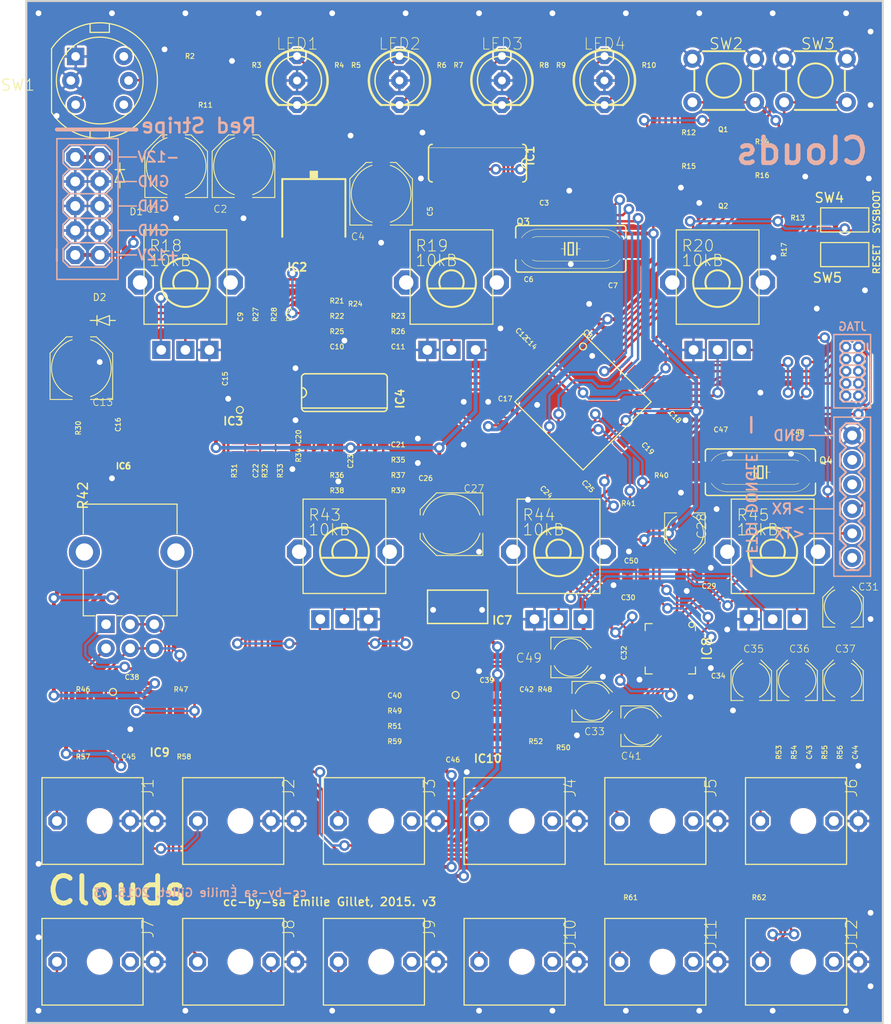
<source format=kicad_pcb>
(kicad_pcb (version 20211014) (generator pcbnew)
  (layers (0 "F.Cu" signal) (31 "B.Cu" signal) (34 "B.Paste" user) (35 "F.Paste" user) (36 "B.SilkS" user "B.Silkscreen") (37 "F.SilkS" user "F.Silkscreen") (38 "B.Mask" user) (39 "F.Mask" user) (44 "Edge.Cuts" user))
  (net 0 "")
  (net 1 "GND")
  (net 2 "Net-(C2-Pad+)")
  (net 3 "Net-(C6-Pad2)")
  (net 4 "Net-(C7-Pad2)")
  (net 5 "Net-(C9-Pad1)")
  (net 6 "Net-(C10-Pad1)")
  (net 7 "Net-(C11-Pad1)")
  (net 8 "Net-(C19-Pad1)")
  (net 9 "Net-(C20-Pad1)")
  (net 10 "Net-(C21-Pad1)")
  (net 11 "VBAT")
  (net 12 "Net-(C22-Pad1)")
  (net 13 "Net-(C24-Pad1)")
  (net 14 "Net-(C33-Pad-)")
  (net 15 "+3V3_A")
  (net 16 "Net-(C34-Pad1)")
  (net 17 "Net-(C36-Pad-)")
  (net 18 "SIZE_CV")
  (net 19 "Net-(C37-Pad-)")
  (net 20 "Net-(C40-Pad2)")
  (net 21 "TEXTURE_CV")
  (net 22 "Net-(C40-Pad1)")
  (net 23 "Net-(C41-Pad-)")
  (net 24 "V_OCT")
  (net 25 "Net-(C42-Pad2)")
  (net 26 "BLEND_CV")
  (net 27 "VCC")
  (net 28 "AREF_-10")
  (net 29 "VEE")
  (net 30 "Net-(C42-Pad1)")
  (net 31 "Net-(C47-Pad2)")
  (net 32 "Net-(C48-Pad2)")
  (net 33 "LOUT")
  (net 34 "ROUT")
  (net 35 "LIN")
  (net 36 "RIN")
  (net 37 "Net-(D1-PadA)")
  (net 38 "Net-(D2-PadC)")
  (net 40 "Net-(IC1-Pad7)")
  (net 41 "Net-(IC1-Pad6)")
  (net 42 "Net-(IC1-Pad5)")
  (net 43 "Net-(IC1-Pad4)")
  (net 44 "Net-(IC1-Pad15)")
  (net 45 "Net-(IC1-Pad3)")
  (net 46 "Net-(IC1-Pad2)")
  (net 47 "Net-(IC1-Pad1)")
  (net 48 "/clouds_2/BOOT_FLASH")
  (net 50 "/clouds_2/JTDO")
  (net 53 "/clouds_2/JTDI")
  (net 54 "POSITION_POT_CV")
  (net 55 "DENSITY_CV")
  (net 56 "SW_REC")
  (net 57 "REC")
  (net 58 "PLAY")
  (net 59 "/clouds_2/JTCK")
  (net 60 "/clouds_2/JTMS")
  (net 63 "/clouds_2/RX")
  (net 64 "LED_REC")
  (net 65 "SIZE_POT")
  (net 66 "TEXTURE_POT")
  (net 67 "BLEND_POT")
  (net 68 "SW_MODE")
  (net 69 "SW_LOAD")
  (net 70 "LED_EN")
  (net 71 "LED_DATA")
  (net 72 "/clouds_2/TX")
  (net 78 "/clouds_2/I2S_SOUT")
  (net 79 "/clouds_2/I2S_SIN")
  (net 80 "/clouds_2/I2S_SCK")
  (net 81 "/clouds_2/I2S_LRCK")
  (net 82 "/clouds_2/I2C_SDA")
  (net 83 "/clouds_2/I2C_SCL")
  (net 87 "/clouds_2/RESET")
  (net 95 "PITCH_POT")
  (net 96 "+3V3")
  (net 97 "LED_SCK")
  (net 99 "Net-(IC9-Pad6)")
  (net 100 "Net-(IC9-Pad1)")
  (net 101 "Net-(IC9-Pad7)")
  (net 102 "Net-(IC9-Pad2)")
  (net 103 "Net-(J1-PadP3)")
  (net 104 "Net-(J2-PadP3)")
  (net 105 "Net-(J3-PadP3)")
  (net 107 "Net-(J4-PadP3)")
  (net 109 "Net-(J5-PadP3)")
  (net 111 "Net-(J6-PadP3)")
  (net 113 "Net-(J7-PadP3)")
  (net 115 "Net-(J8-PadP3)")
  (net 116 "Net-(J9-PadP3)")
  (net 118 "Net-(J10-PadP3)")
  (net 120 "Net-(J11-PadP3)")
  (net 122 "Net-(J12-PadP3)")
  (net 128 "Net-(LED1-Pad3)")
  (net 129 "Net-(LED1-Pad1)")
  (net 130 "Net-(LED2-Pad3)")
  (net 131 "Net-(LED2-Pad1)")
  (net 132 "Net-(LED3-Pad3)")
  (net 133 "Net-(LED3-Pad1)")
  (net 134 "Net-(LED4-Pad3)")
  (net 135 "Net-(LED4-Pad1)")
  (net 136 "Net-(Q1-PadB)")
  (net 137 "Net-(Q2-PadB)")
  (net 138 "Net-(R18-PadP$2)")
  (net 139 "Net-(R33-Pad2)")
  (net 140 "Net-(R2-Pad2)")
  (net 141 "Net-(R47-Pad1)")
  (net 142 "Net-(R46-Pad1)")
  (footprint "clouds:R0603" (layer "F.Cu") (at 169.8 102.8 -90)
    (fp_text reference "R40")
    (fp_text value "2.2k")
  )
  (footprint "Potentiometer_THT:Potentiometer_Alpha_RD902F-40-00D_Dual_Vertical_CircularHoles" (layer "F.Cu") (at 114.83 109.16 90)
    (fp_text reference "R42")
    (fp_text value "R_Potentiometer_Dual_Separate")
  )
  (footprint "clouds:C0603" (layer "F.Cu") (at 172.8 111.6)
    (fp_text reference "C29")
    (fp_text value "100n")
  )
  (footprint "clouds:C0603" (layer "F.Cu") (at 140.2461 97.7011)
    (fp_text reference "C21")
    (fp_text value "1n")
  )
  (footprint "clouds:LED-BICOLOR-THROUGHHOLE-5MM" (layer "F.Cu") (at 142.786 60.2361 180)
    (fp_text reference "LED2")
    (fp_text value "WP59EGW" hide)
  )
  (footprint "clouds:R0603" (layer "F.Cu") (at 172.6311 69.7611)
    (fp_text reference "R15")
    (fp_text value "100k")
  )
  (footprint "clouds:R0603" (layer "F.Cu") (at 133.8961 102.4636 180)
    (fp_text reference "R38")
    (fp_text value "100k")
  )
  (footprint "clouds:SOT23-BEC" (layer "F.Cu") (at 176.4411 67.2211 -90)
    (fp_text reference "Q1")
    (fp_text value "MMBT3904")
  )
  (footprint "clouds:PANASONIC_B" (layer "F.Cu") (at 179.2986 122.4661 90)
    (fp_text reference "C35")
    (fp_text value "10u")
  )
  (footprint "clouds:ALPS_POT_VERTICAL_PS" (layer "F.Cu") (at 148.1836 81.1911 180)
    (fp_text reference "R19")
    (fp_text value "10kB")
  )
  (footprint "clouds:R0603" (layer "F.Cu") (at 144.6911 129.1336 180)
    (fp_text reference "R59")
    (fp_text value "39k")
  )
  (footprint "clouds:R0603" (layer "F.Cu") (at 184.0611 127.5461 90)
    (fp_text reference "R54")
    (fp_text value "5.6k")
  )
  (footprint "clouds:R0603" (layer "F.Cu") (at 140.2461 102.4636)
    (fp_text reference "R39")
    (fp_text value "100k")
  )
  (footprint "clouds:C0603" (layer "F.Cu") (at 190.4111 127.5461 -90)
    (fp_text reference "C44")
    (fp_text value "220p")
  )
  (footprint "clouds:C0603" (layer "F.Cu") (at 185.6486 127.5461 -90)
    (fp_text reference "C43")
    (fp_text value "220p")
  )
  (footprint "clouds:R1206" (layer "F.Cu") (at 123.1011 64.0461)
    (fp_text reference "R11")
    (fp_text value "4.7")
  )
  (footprint "clouds:ALPS_POT_VERTICAL_PS" (layer "F.Cu") (at 175.8061 81.1911 180)
    (fp_text reference "R20")
    (fp_text value "10kB")
  )
  (footprint "clouds:PANASONIC_D" (layer "F.Cu") (at 140.8811 71.9836 90)
    (fp_text reference "C4")
    (fp_text value "47u")
  )
  (footprint "clouds:C0603" (layer "F.Cu") (at 148.5011 130.0861 180)
    (fp_text reference "C46")
    (fp_text value "100n")
  )
  (footprint "clouds:C0603" (layer "F.Cu") (at 151.9936 123.1011 180)
    (fp_text reference "C39")
    (fp_text value "100n")
  )
  (footprint "clouds:C0603" (layer "F.Cu") (at 167.3 112.3 180)
    (fp_text reference "C30")
    (fp_text value "100n")
  )
  (footprint "clouds:WQP_PJ_301M6" (layer "F.Cu") (at 111.6711 151.6761 90)
    (fp_text reference "J7")
    (fp_text value "PJ301_THONKICONN6" hide)
  )
  (footprint "clouds:R0603" (layer "F.Cu") (at 147.231 60.2361 -90)
    (fp_text reference "R6")
    (fp_text value "68")
  )
  (footprint "clouds:R0603" (layer "F.Cu") (at 133.8961 99.2886)
    (fp_text reference "R34")
    (fp_text value "47k")
  )
  (footprint "clouds:R0603" (layer "F.Cu") (at 144.6911 127.5461 180)
    (fp_text reference "R51")
    (fp_text value "5.6k")
  )
  (footprint "clouds:PANASONIC_B" (layer "F.Cu") (at 188.8236 114.8461 90)
    (fp_text reference "C31")
    (fp_text value "10u")
  )
  (footprint "clouds:HC49UP" (layer "F.Cu") (at 160.5661 77.6986)
    (fp_text reference "Q3")
    (fp_text value "8MHz")
  )
  (footprint "clouds:R0603" (layer "F.Cu") (at 125.9586 98.3361 90)
    (fp_text reference "R31")
    (fp_text value "66.5k")
  )
  (footprint "clouds:TQFP-10X10-64" (layer "F.Cu") (at 161.8361 93.5736 -45)
    (fp_text reference "IC5")
    (fp_text value "STM32F405RGT6")
  )
  (footprint "clouds:LED-BICOLOR-THROUGHHOLE-5MM" (layer "F.Cu") (at 132.1498 60.2361 180)
    (fp_text reference "LED1")
    (fp_text value "WP59EGW" hide)
  )
  (footprint "Supercell 1.3:C&K_D6R" (layer "F.Cu") (at 111.6711 60.2361)
    (fp_text reference "SW1")
    (fp_text value "SW_Push_LED")
  )
  (footprint "clouds:C0603" (layer "F.Cu") (at 157.8673 71.6661)
    (fp_text reference "C3")
    (fp_text value "100n")
  )
  (footprint "clouds:R0603" (layer "F.Cu") (at 130.7211 98.3361 -90)
    (fp_text reference "R33")
    (fp_text value "200k")
  )
  (footprint "clouds:SO08" (layer "F.Cu") (at 128.8161 92.6211)
    (fp_text reference "IC3")
    (fp_text value "MCP6002")
  )
  (footprint "clouds:R0603" (layer "F.Cu") (at 182.4736 127.5461 -90)
    (fp_text reference "R53")
    (fp_text value "5.6k")
  )
  (footprint "clouds:C0603" (layer "F.Cu") (at 160.2487 101.9556 -135)
    (fp_text reference "C25")
    (fp_text value "100n")
  )
  (footprint "clouds:C0603" (layer "F.Cu") (at 114.8461 122.7836 180)
    (fp_text reference "C38")
    (fp_text value "100n")
  )
  (footprint "clouds:PANASONIC_D" (layer "F.Cu") (at 119.6086 69.1261 90)
    (fp_text reference "C1")
    (fp_text value "47u")
  )
  (footprint "clouds:R0603" (layer "F.Cu") (at 119.9261 128.1811 -90)
    (fp_text reference "R58")
    (fp_text value "22k")
  )
  (footprint "clouds:C0603" (layer "F.Cu") (at 114.8461 129.7686 180)
    (fp_text reference "C45")
    (fp_text value "100n")
  )
  (footprint "clouds:C0603" (layer "F.Cu") (at 140.2461 87.5411)
    (fp_text reference "C11")
    (fp_text value "1n")
  )
  (footprint "clouds:C0603" (layer "F.Cu") (at 167.3 111.03 180)
    (fp_text reference "C50")
    (fp_text value "1u")
  )
  (footprint "clouds:ALPS_POT_VERTICAL_PS" (layer "F.Cu") (at 120.5611 81.1911 180)
    (fp_text reference "R18")
    (fp_text value "10kB")
  )
  (footprint "clouds:WQP_PJ_301M6" (layer "F.Cu") (at 111.6711 137.0711 90)
    (fp_text reference "J1")
    (fp_text value "PJ301_THONKICONN6" hide)
  )
  (footprint "clouds:R0603" (layer "F.Cu") (at 144.6911 125.9586)
    (fp_text reference "R49")
    (fp_text value "39k")
  )
  (footprint "Package_DFN_QFN:QFN-28-1EP_5x5mm_P0.5mm_EP3.35x3.35mm" (layer "F.Cu") (at 170.9 119.2 -90)
    (fp_text reference "IC8")
    (fp_text value "WM8731")
  )
  (footprint "clouds:R0603" (layer "F.Cu") (at 180.2511 67.2211)
    (fp_text reference "R14")
    (fp_text value "10k")
  )
  (footprint "clouds:SOD123" (layer "F.Cu") (at 115.1636 70.0786 -90)
    (fp_text reference "D1")
    (fp_text value "1N5819HW")
  )
  (footprint "clouds:R0603" (layer "F.Cu") (at 131.0386 86.9061 90)
    (fp_text reference "R29")
    (fp_text value "100k")
  )
  (footprint "clouds:WQP_PJ_301M6" (layer "F.Cu") (at 170.0911 137.0711 90)
    (fp_text reference "J5")
    (fp_text value "PJ301_THONKICONN6" hide)
  )
  (footprint "clouds:PANASONIC_B" (layer "F.Cu") (at 184.0611 122.4661 90)
    (fp_text reference "C36")
    (fp_text value "10u")
  )
  (footprint "clouds:R0603" (layer "F.Cu") (at 133.8961 100.8761 180)
    (fp_text reference "R36")
    (fp_text value "180k")
  )
  (footprint "clouds:R0603" (layer "F.Cu") (at 110.7186 96.1136 -90)
    (fp_text reference "R30")
    (fp_text value "470")
  )
  (footprint "Supercell 1.3:k2-1808 pushbutton switch" (layer "F.Cu") (at 189 74.7)
    (fp_text reference "SW4")
    (fp_text value "EVQQ2")
  )
  (footprint "clouds:C0603" (layer "F.Cu") (at 145.0086 73.8886 90)
    (fp_text reference "C5")
    (fp_text value "100n")
  )
  (footprint "clouds:R0603" (layer "F.Cu") (at 184.3 72.9 -90)
    (fp_text reference "R13")
    (fp_text value "10k")
  )
  (footprint "clouds:R0603" (layer "F.Cu") (at 133.8961 84.3661 180)
    (fp_text reference "R22")
    (fp_text value "200k")
  )
  (footprint "clouds:R0603" (layer "F.Cu") (at 121.1 59.3 -90)
    (fp_text reference "R2")
    (fp_text value "1k")
  )
  (footprint "clouds:R0603" (layer "F.Cu") (at 166.7 105.7 -90)
    (fp_text reference "R41")
    (fp_text value "2.2k")
  )
  (footprint "clouds:R0603" (layer "F.Cu") (at 156.7561 127.5461)
    (fp_text reference "R52")
    (fp_text value "5.6k")
  )
  (footprint "clouds:R0603" (layer "F.Cu") (at 180.2511 70.7136)
    (fp_text reference "R16")
    (fp_text value "10k")
  )
  (footprint "clouds:R0603" (layer "F.Cu") (at 136.5948 60.2361 -90)
    (fp_text reference "R4")
    (fp_text value "68")
  )
  (footprint "clouds:R0603" (layer "F.Cu") (at 166.5986 145.9611)
    (fp_text reference "R61")
    (fp_text value "1.0k")
  )
  (footprint "clouds:R0603" (layer "F.Cu") (at 127.5461 86.9061 90)
    (fp_text reference "R27")
    (fp_text value "66.5k")
  )
  (footprint "clouds:C0603" (layer "F.Cu") (at 158.3436 81.1911 180)
    (fp_text reference "C6")
    (fp_text value "18p")
  )
  (footprint "clouds:R0603" (layer "F.Cu") (at 159.6136 60.2361 -90)
    (fp_text reference "R9")
    (fp_text value "68")
  )
  (footprint "clouds:C0603" (layer "F.Cu") (at 161.8362 85.0011 135)
    (fp_text reference "C8")
    (fp_text value "100n")
  )
  (footprint "clouds:C0603" (layer "F.Cu") (at 136.4361 99.2886 -90)
    (fp_text reference "C23")
    (fp_text value "100n")
  )
  (footprint "clouds:R0603" (layer "F.Cu") (at 157.7086 125.0061 -90)
    (fp_text reference "R48")
    (fp_text value "39k")
  )
  (footprint "clouds:SO16" (layer "F.Cu") (at 150.8823 68.8086 180)
    (fp_text reference "IC1")
    (fp_text value "74595D")
  )
  (footprint "clouds:R0603" (layer "F.Cu") (at 140.2461 85.9536 180)
    (fp_text reference "R26")
    (fp_text value "33k")
  )
  (footprint "clouds:R0603" (layer "F.Cu") (at 140.2461 84.3661)
    (fp_text reference "R23")
    (fp_text value "200k")
  )
  (footprint "clouds:C0603" (layer "F.Cu") (at 127.5461 98.3361 -90)
    (fp_text reference "C22")
    (fp_text value "1n")
  )
  (footprint "clouds:ALPS_POT_VERTICAL_PS" (layer "F.Cu") (at 159.2961 109.1311 180)
    (fp_text reference "R44")
    (fp_text value "10kB")
  )
  (footprint "clouds:C0805" (layer "F.Cu") (at 157.7086 100.8761 135)
    (fp_text reference "C24")
    (fp_text value "2.2u")
  )
  (footprint "clouds:C0603" (layer "F.Cu") (at 162.7886 81.1911)
    (fp_text reference "C7")
    (fp_text value "18p")
  )
  (footprint "clouds:WQP_PJ_301M6" (layer "F.Cu") (at 140.8811 137.0711 90)
    (fp_text reference "J3")
    (fp_text value "PJ301_THONKICONN6" hide)
  )
  (footprint "clouds:TO252" (layer "F.Cu") (at 133.8961 72.6186 180)
    (fp_text reference "IC2")
    (fp_text value "LM1117-3.3")
  )
  (footprint "clouds:SOT223" (layer "F.Cu") (at 148.8186 114.8461)
    (fp_text reference "IC7")
    (fp_text value "LM1117-3.3")
  )
  (footprint "clouds:PANASONIC_D" (layer "F.Cu") (at 148.1836 106.2736 180)
    (fp_text reference "C27")
    (fp_text value "47u")
  )
  (footprint "clouds:WQP_PJ_301M6" (layer "F.Cu") (at 126.2761 137.0711 90)
    (fp_text reference "J2")
    (fp_text value "PJ301_THONKICONN6" hide)
  )
  (footprint "clouds:SO08" (layer "F.Cu") (at 150.4061 126.5936 -90)
    (fp_text reference "IC10")
    (fp_text value "TL072D")
  )
  (footprint "clouds:C0603" (layer "F.Cu") (at 144.6911 124.3711 180)
    (fp_text reference "C40")
    (fp_text value "18p")
  )
  (footprint "clouds:R0603" (layer "F.Cu") (at 128.0223 60.2361 90)
    (fp_text reference "R3")
    (fp_text value "68")
  )
  (footprint "clouds:R0603" (layer "F.Cu") (at 148.9773 60.2361 -90)
    (fp_text reference "R7")
    (fp_text value "68")
  )
  (footprint "clouds:R0603" (layer "F.Cu") (at 172.6311 66.2686)
    (fp_text reference "R12")
    (fp_text value "100k")
  )
  (footprint "clouds:WQP_PJ_301M6" (layer "F.Cu") (at 140.8811 151.6761 90)
    (fp_text reference "J9")
    (fp_text value "PJ301_THONKICONN6" hide)
  )
  (footprint "clouds:R0603" (layer "F.Cu") (at 137.7061 85.0011 90)
    (fp_text reference "R24")
    (fp_text value "100k")
  )
  (footprint "clouds:C0603" (layer "F.Cu") (at 184.2199 97.3836)
    (fp_text reference "C48")
    (fp_text value "18p")
  )
  (footprint "clouds:LED-BICOLOR-THROUGHHOLE-5MM" (layer "F.Cu") (at 164.0586 60.2361 180)
    (fp_text reference "LED4")
    (fp_text value "WP59EGW" hide)
  )
  (footprint "clouds:R0603" (layer "F.Cu") (at 140.2461 99.2886 180)
    (fp_text reference "R35")
    (fp_text value "33k")
  )
  (footprint "clouds:SO14" (layer "F.Cu") (at 137.0711 92.6211)
    (fp_text reference "IC4")
    (fp_text value "MCP6004")
  )
  (footprint "clouds:WQP_PJ_301M6" (layer "F.Cu") (at 184.6961 151.6761 90)
    (fp_text reference "J12")
    (fp_text value "PJ301_THONKICONN6" hide)
  )
  (footprint "clouds:PANASONIC_B" (layer "F.Cu") (at 162.7886 124.6886)
    (fp_text reference "C33")
    (fp_text value "10u")
  )
  (footprint "clouds:PANASONIC_B" (layer "F.Cu") (at 160.6 120.1)
    (fp_text reference "C49")
    (fp_text value "10u")
  )
  (footprint "clouds:WQP_PJ_301M6" (layer "F.Cu") (at 155.4861 151.6761 90)
    (fp_text reference "J10")
    (fp_text value "PJ301_THONKICONN6" hide)
  )
  (footprint "clouds:ALPS_POT_VERTICAL_PS" (layer "F.Cu") (at 181.5211 109.1311 180)
    (fp_text reference "R45")
    (fp_text value "10kB")
  )
  (footprint "clouds:R0603" (layer "F.Cu") (at 109.7661 125.0061 -90)
    (fp_text reference "R46")
    (fp_text value "3.3k")
  )
  (footprint "clouds:PANASONIC_B" (layer "F.Cu") (at 172.399996 107.2 -90)
    (fp_text reference "C28")
    (fp_text value "10u")
  )
  (footprint "clouds:PANASONIC_D" (layer "F.Cu") (at 126.5936 69.1261 90)
    (fp_text reference "C2")
    (fp_text value "47u")
  )
  (footprint "clouds:R0603" (layer "F.Cu") (at 188.8236 127.5461 90)
    (fp_text reference "R56")
    (fp_text value "5.6k")
  )
  (footprint "clouds:WQP_PJ_301M6" (layer "F.Cu") (at 184.6961 137.0711 90)
    (fp_text reference "J6")
    (fp_text value "PJ301_THONKICONN6" hide)
  )
  (footprint "clouds:R0603" (layer "F.Cu") (at 140.2461 100.8761)
    (fp_text reference "R37")
    (fp_text value "200k")
  )
  (footprint "clouds:WQP_PJ_301M6" (layer "F.Cu") (at 155.4861 137.0711 90)
    (fp_text reference "J4")
    (fp_text value "PJ301_THONKICONN6" hide)
  )
  (footprint "clouds:PANASONIC_D" (layer "F.Cu") (at 109.7661 90.0811 90)
    (fp_text reference "C13")
    (fp_text value "47u")
  )
  (footprint "clouds:C0603" (layer "F.Cu") (at 175.7 123.6 -90)
    (fp_text reference "C34")
    (fp_text value "100n")
  )
  (footprint "clouds:R0603" (layer "F.Cu") (at 184.0611 78.0161 90)
    (fp_text reference "R17")
    (fp_text value "10k")
  )
  (footprint "clouds:C0603" (layer "F.Cu") (at 112.3061 96.1136 90)
    (fp_text reference "C16")
    (fp_text value "100n")
  )
  (footprint "clouds:C0603" (layer "F.Cu") (at 155.8036 125.0061 90)
    (fp_text reference "C42")
    (fp_text value "18p")
  )
  (footprint "clouds:SOD123" (layer "F.Cu") (at 111.9886 83.7311)
    (fp_text reference "D2")
    (fp_text value "1N5819HW")
  )
  (footprint "clouds:SOT23-BEC" (layer "F.Cu") (at 176.4411 70.7136 -90)
    (fp_text reference "Q2")
    (fp_text value "MMBT3904")
  )
  (footprint "clouds:PANASONIC_B" (layer "F.Cu") (at 167.8686 127.2286)
    (fp_text reference "C41")
    (fp_text value "10u")
  )
  (footprint "clouds:C0603" (layer "F.Cu") (at 153.5811 95.1611 90)
    (fp_text reference "C17")
    (fp_text value "100n")
  )
  (footprint "clouds:R0603" (layer "F.Cu") (at 157.8673 60.2361 -90)
    (fp_text reference "R8")
    (fp_text value "68")
  )
  (footprint "clouds:R0603" (layer "F.Cu") (at 109.7661 128.1811 -90)
    (fp_text reference "R57")
    (fp_text value "22k")
  )
  (footprint "clouds:C0603" (layer "F.Cu") (at 164.5 119.8 -90)
    (fp_text reference "C32")
    (fp_text value "100n")
  )
  (footprint "clouds:DBZ_R-PDSO-G3" (layer "F.Cu") (at 111.3536 99.6061 180)
    (fp_text reference "IC6")
    (fp_text value "LM4040B10")
  )
  (footprint "clouds:C0603" (layer "F.Cu") (at 125.9586 86.9061 -90)
    (fp_text reference "C9")
    (fp_text value "1n")
  )
  (footprint "clouds:C0603" (layer "F.Cu") (at 153.8986 87.5411 45)
    (fp_text reference "C12")
    (fp_text value "1u")
  )
  (footprint "clouds:C0603" (layer "F.Cu") (at 176.2824 97.1 180)
    (fp_text reference "C47")
    (fp_text value "18p")
  )
  (footprint "clouds:C0603" (layer "F.Cu") (at 154.8511 88.4936 45)
    (fp_text reference "C14")
    (fp_text value "100n")
  )
  (footprint "clouds:PANASONIC_B" (layer "F.Cu") (at 188.8236 122.4661 90)
    (fp_text reference "C37")
    (fp_text value "10u")
  )
  (footprint "clouds:TACTILE-PTH" (layer "F.Cu") (at 185.9661 60.2361)
    (fp_text reference "SW3")
    (fp_text value "TAC_SWITCHPTH" hide)
  )
  (footprint "clouds:R0603" (layer "F.Cu") (at 138.341 60.2361 -90)
    (fp_text reference "R5")
    (fp_text value "68")
  )
  (footprint "clouds:R0603" (layer "F.Cu") (at 187.2361 127.5461 -90)
    (fp_text reference "R55")
    (fp_text value "5.6k")
  )
  (footprint "clouds:LED-BICOLOR-THROUGHHOLE-5MM" (layer "F.Cu") (at 153.4223 60.2361 180)
    (fp_text reference "LED3")
    (fp_text value "WP59EGW" hide)
  )
  (footprint "clouds:R0603" (layer "F.Cu") (at 133.8961 82.7786 180)
    (fp_text reference "R21")
    (fp_text value "100k")
  )
  (footprint "clouds:HC49UP" (layer "F.Cu") (at 180.2511 100.8761)
    (fp_text reference "Q4")
    (fp_text value "12.288MHz")
  )
  (footprint "clouds:C0603" (layer "F.Cu") (at 170.6626 95.4786 -45)
    (fp_text reference "C18")
    (fp_text value "100n")
  )
  (footprint "clouds:WQP_PJ_301M6" (layer "F.Cu") (at 170.0911 151.6761 90)
    (fp_text reference "J11")
    (fp_text value "PJ301_THONKICONN6" hide)
  )
  (footprint "Supercell 1.3:k2-1808 pushbutton switch" (layer "F.Cu") (at 189 78.3)
    (fp_text reference "SW5")
    (fp_text value "EVQQ2")
  )
  (footprint "clouds:R0603" (layer "F.Cu") (at 129.1336 98.3361 -90)
    (fp_text reference "R32")
    (fp_text value "100k")
  )
  (footprint "clouds:C0603" (layer "F.Cu") (at 133.8961 97.7011 180)
    (fp_text reference "C20")
    (fp_text value "1n")
  )
  (footprint "clouds:C0603" (layer "F.Cu") (at 125.3236 91.0336 -90)
    (fp_text reference "C15")
    (fp_text value "100n")
  )
  (footprint "clouds:R0603" (layer "F.Cu") (at 168.5036 60.2361 -90)
    (fp_text reference "R10")
    (fp_text value "68")
  )
  (footprint "clouds:C0603" (layer "F.Cu") (at 145.3261 102.1461 180)
    (fp_text reference "C26")
    (fp_text value "100n")
  )
  (footprint "clouds:ALPS_POT_VERTICAL_PS" (layer "F.Cu") (at 137.0711 109.1311 180)
    (fp_text reference "R43")
    (fp_text value "10kB")
  )
  (footprint "clouds:TACTILE-PTH" (layer "F.Cu") (at 176.4411 60.2361)
    (fp_text reference "SW2")
    (fp_text value "TAC_SWITCHPTH" hide)
  )
  (footprint "clouds:R0603" (layer "F.Cu") (at 179.9336 145.9611 180)
    (fp_text reference "R62")
    (fp_text value "1.0k")
  )
  (footprint "clouds:R0603" (layer "F.Cu") (at 133.8961 85.9536)
    (fp_text reference "R25")
    (fp_text value "33k")
  )
  (footprint "clouds:R0603" (layer "F.Cu") (at 129.4511 86.9061 90)
    (fp_text reference "R28")
    (fp_text value "200k")
  )
  (footprint "clouds:SO08" (layer "F.Cu") (at 114.8461 126.2761 -90)
    (fp_text reference "IC9")
    (fp_text value "TL072D")
  )
  (footprint "clouds:R0603" (layer "F.Cu") (at 159.6136 127.2286 90)
    (fp_text reference "R50")
    (fp_text value "39k")
  )
  (footprint "clouds:C0603" (layer "F.Cu") (at 133.8961 87.5411 180)
    (fp_text reference "C10")
    (fp_text value "1n")
  )
  (footprint "clouds:C0805" (layer "F.Cu") (at 169.7736 97.3836 -45)
    (fp_text reference "C19")
    (fp_text value "2.2u")
  )
  (footprint "clouds:WQP_PJ_301M6" (layer "F.Cu") (at 126.2761 151.6761 90)
    (fp_text reference "J8")
    (fp_text value "PJ301_THONKICONN6" hide)
  )
  (footprint "clouds:R0603" (layer "F.Cu") (at 119.9261 125.0061 -90)
    (fp_text reference "R47")
    (fp_text value "3.3k")
  )
  (footprint "clouds:1X06" (layer "B.Cu") (at 189.7761 97.0661 -90)
    (fp_text reference "JP1" hide)
    (fp_text value "M06SIP")
  )
  (footprint "clouds:AVR_ICSP" (layer "B.Cu") (at 110.4011 73.2536)
    (fp_text reference "JP3" hide)
    (fp_text value "M05X2PTH" hide)
  )
  (footprint "clouds:2X5-1.27" (layer "B.Cu") (at 189.1411 91.6686 180)
    (fp_text reference "JP2" hide)
    (fp_text value "M05X2MINIJTAG" hide)
  )
  (gr_line (start 179.2986 111.6711) (end 179.2986 110.0836) (layer "B.SilkS") (width 0.254))
  (gr_line (start 113.5761 78.3336) (end 113.5761 75.7936) (layer "B.SilkS") (width 0.1524))
  (gr_line (start 187.8711 107.2261) (end 185.3311 107.2261) (layer "B.SilkS") (width 0.1524))
  (gr_line (start 113.5761 70.7136) (end 113.5761 68.1736) (layer "B.SilkS") (width 0.1524))
  (gr_line (start 179.2986 96.7486) (end 179.2986 95.1611) (layer "B.SilkS") (width 0.254))
  (gr_line (start 113.5761 75.7936) (end 115.4811 75.7936) (layer "B.SilkS") (width 0.1524))
  (gr_line (start 187.8711 111.6711) (end 187.8711 95.1611) (layer "B.SilkS") (width 0.1524))
  (gr_line (start 113.5761 75.7936) (end 113.5761 73.2536) (layer "B.SilkS") (width 0.1524))
  (gr_line (start 115.4811 65.3161) (end 107.2261 65.3161) (layer "B.SilkS") (width 0.4064))
  (gr_line (start 187.8711 94.2086) (end 187.8711 86.5886) (layer "B.SilkS") (width 0.1524))
  (gr_line (start 185.3311 97.0661) (end 187.8711 97.0661) (layer "B.SilkS") (width 0.1524))
  (gr_line (start 113.5761 78.3336) (end 115.4811 78.3336) (layer "B.SilkS") (width 0.1524))
  (gr_line (start 107.2261 80.8736) (end 113.5761 80.8736) (layer "B.SilkS") (width 0.1524))
  (gr_line (start 191.6811 94.2086) (end 187.8711 94.2086) (layer "B.SilkS") (width 0.1524))
  (gr_line (start 113.5761 66.2686) (end 107.2261 66.2686) (layer "B.SilkS") (width 0.1524))
  (gr_line (start 113.5761 70.7136) (end 115.4811 70.7136) (layer "B.SilkS") (width 0.1524))
  (gr_line (start 113.5761 68.1736) (end 113.5761 66.2686) (layer "B.SilkS") (width 0.1524))
  (gr_line (start 113.5761 73.2536) (end 115.4811 73.2536) (layer "B.SilkS") (width 0.1524))
  (gr_line (start 187.8711 86.5886) (end 191.6811 86.5886) (layer "B.SilkS") (width 0.1524))
  (gr_line (start 191.6811 95.1611) (end 191.6811 111.6711) (layer "B.SilkS") (width 0.1524))
  (gr_line (start 187.8711 95.1611) (end 191.6811 95.1611) (layer "B.SilkS") (width 0.1524))
  (gr_line (start 191.6811 111.6711) (end 187.8711 111.6711) (layer "B.SilkS") (width 0.1524))
  (gr_line (start 107.2261 66.2686) (end 107.2261 80.8736) (layer "B.SilkS") (width 0.1524))
  (gr_line (start 113.5761 68.1736) (end 115.4811 68.1736) (layer "B.SilkS") (width 0.1524))
  (gr_line (start 191.6811 86.5886) (end 191.6811 94.2086) (layer "B.SilkS") (width 0.1524))
  (gr_line (start 187.8711 104.6861) (end 185.3311 104.6861) (layer "B.SilkS") (width 0.1524))
  (gr_line (start 113.5761 80.8736) (end 113.5761 78.3336) (layer "B.SilkS") (width 0.1524))
  (gr_line (start 113.5761 73.2536) (end 113.5761 70.7136) (layer "B.SilkS") (width 0.1524))
  (gr_line (start 192.9511 158.0261) (end 192.9511 51.9811) (layer "Edge.Cuts") (width 0.2032))
  (gr_line (start 104.0511 158.0261) (end 192.9511 158.0261) (layer "Edge.Cuts") (width 0.2032))
  (gr_line (start 192.9511 51.9811) (end 104.0511 51.9811) (layer "Edge.Cuts") (width 0.2032))
  (gr_line (start 104.0511 51.9811) (end 104.0511 158.0261) (layer "Edge.Cuts") (width 0.2032))
  (gr_text "Red Stripe" (at 115.7986 64.0461) (layer "B.SilkS") (effects (font (size 1.5113 1.5113) (thickness 0.2667)) (justify right top mirror)))
  (gr_text "GND" (at 185.0136 97.7011) (layer "B.SilkS") (effects (font (size 1.0795 1.0795) (thickness 0.1905)) (justify left bottom mirror)))
  (gr_text "GND" (at 115.4811 70.0786) (layer "B.SilkS") (effects (font (size 1.0795 1.0795) (thickness 0.1905)) (justify right top mirror)))
  (gr_text ">RX" (at 185.0136 105.3211) (layer "B.SilkS") (effects (font (size 1.0795 1.0795) (thickness 0.1905)) (justify left bottom mirror)))
  (gr_text "FTDI DONGLE" (at 178.6636 109.4486 -90) (layer "B.SilkS") (effects (font (size 1.0795 1.0795) (thickness 0.1905)) (justify left bottom mirror)))
  (gr_text "Clouds" (at 191.6811 69.1261) (layer "B.SilkS") (effects (font (size 2.69875 2.69875) (thickness 0.47625)) (justify left bottom mirror)))
  (gr_text "<TX" (at 185.0136 107.8611) (layer "B.SilkS") (effects (font (size 1.0795 1.0795) (thickness 0.1905)) (justify left bottom mirror)))
  (gr_text "GND" (at 115.4811 75.1586) (layer "B.SilkS") (effects (font (size 1.0795 1.0795) (thickness 0.1905)) (justify right top mirror)))
  (gr_text "+12V" (at 115.4811 77.6986) (layer "B.SilkS") (effects (font (size 1.0795 1.0795) (thickness 0.1905)) (justify right top mirror)))
  (gr_text "JTAG" (at 191.3636 86.2711) (layer "B.SilkS") (effects (font (size 0.8636 0.8636) (thickness 0.1524)) (justify left bottom mirror)))
  (gr_text "GND" (at 115.4811 72.6186) (layer "B.SilkS") (effects (font (size 1.0795 1.0795) (thickness 0.1905)) (justify right top mirror)))
  (gr_text "cc-by-sa Émilie Gillet, 2015. v3" (at 133.2611 145.0086) (layer "B.SilkS") (effects (font (size 0.8636 0.8636) (thickness 0.1524)) (justify left bottom mirror)))
  (gr_text "-12V" (at 115.4811 67.5386) (layer "B.SilkS") (effects (font (size 1.0795 1.0795) (thickness 0.1905)) (justify right top mirror)))
  (gr_text "RESET" (at 192.7 80.4 90) (layer "F.SilkS") (effects (font (size 0.682752 0.682752) (thickness 0.130048)) (justify left bottom)))
  (gr_text "SYSBOOT" (at 192.7 76.2 90) (layer "F.SilkS") (effects (font (size 0.682752 0.682752) (thickness 0.130048)) (justify left bottom)))
  (gr_text "cc-by-sa Émilie Gillet, 2015. v3" (at 124.3711 145.9611) (layer "F.SilkS") (effects (font (size 0.8636 0.8636) (thickness 0.1524)) (justify left bottom)))
  (gr_text "Clouds" (at 105.9561 145.9611) (layer "F.SilkS") (effects (font (size 2.84988 2.84988) (thickness 0.50292)) (justify left bottom)))
  (segment (start 170.9 119.2) (end 173.2 121.5) (width 0.25) (layer "F.Cu") (net 1))
  (segment (start 173.35 118.7) (end 171.4 118.7) (width 0.25) (layer "F.Cu") (net 1))
  (segment (start 169.4 121.65) (end 169.4 120.7) (width 0.25) (layer "F.Cu") (net 1))
  (segment (start 171.4 121.65) (end 171.4 119.7) (width 0.25) (layer "F.Cu") (net 1))
  (segment (start 174.8 121.5) (end 175.1 121.2) (width 0.25) (layer "F.Cu") (net 1))
  (segment (start 173.2 121.5) (end 174.8 121.5) (width 0.25) (layer "F.Cu") (net 1))
  (segment (start 170.9 116.75) (end 170.9 119.2) (width 0.25) (layer "F.Cu") (net 1))
  (segment (start 173.35 119.2) (end 170.9 119.2) (width 0.25) (layer "F.Cu") (net 1))
  (via (at 144.6911 99.9236) (size 1.108) (drill 0.6) (layers "F.Cu" "B.Cu") (net 1))
  (via (at 105.3211 156.7561) (size 1.108) (drill 0.6) (layers "F.Cu" "B.Cu") (net 1))
  (via (at 112.9411 101.5111) (size 1.108) (drill 0.6) (layers "F.Cu" "B.Cu") (net 1))
  (via (at 112.9411 53.2511) (size 1.108) (drill 0.6) (layers "F.Cu" "B.Cu") (net 1))
  (via (at 191.6811 146.5961) (size 1.108) (drill 0.6) (layers "F.Cu" "B.Cu") (net 1))
  (via (at 131.6736 100.5586) (size 1.108) (drill 0.6) (layers "F.Cu" "B.Cu") (net 1))
  (via (at 145.1673 65.6336) (size 1.108) (drill 0.6) (layers "F.Cu" "B.Cu") (net 1))
  (via (at 151.0411 121.5136) (size 1.108) (drill 0.6) (layers "F.Cu" "B.Cu") (net 1))
  (via (at 190.4111 131.3561) (size 1.108) (drill 0.6) (layers "F.Cu" "B.Cu") (net 1))
  (via (at 166.2811 156.7561) (size 1.108) (drill 0.6) (layers "F.Cu" "B.Cu") (net 1))
  (via (at 153.2636 85.9536) (size 1.108) (drill 0.6) (layers "F.Cu" "B.Cu") (net 1))
  (via (at 158.6611 53.2511) (size 1.108) (drill 0.6) (layers "F.Cu" "B.Cu") (net 1))
  (via (at 131.9911 90.0811) (size 1.108) (drill 0.6) (layers "F.Cu" "B.Cu") (net 1))
  (via (at 126.5936 74.5236) (size 1.108) (drill 0.6) (layers "F.Cu" "B.Cu") (net 1))
  (via (at 146.2786 115.1636) (size 1.108) (drill 0.6) (layers "F.Cu" "B.Cu") (net 1))
  (via (at 173.9011 72.9361) (size 1.108) (drill 0.6) (layers "F.Cu" "B.Cu") (net 1))
  (via (at 107.2 63.9) (size 1.108) (drill 0.6) (layers "F.Cu" "B.Cu") (net 1))
  (via (at 191.5 70.4) (size 1.108) (drill 0.6) (layers "F.Cu" "B.Cu") (net 1))
  (via (at 140.8811 77.0636) (size 1.108) (drill 0.6) (layers "F.Cu" "B.Cu") (net 1))
  (via (at 151.0411 109.1311) (size 1.108) (drill 0.6) (layers "F.Cu" "B.Cu") (net 1))
  (via (at 119.6086 74.5236) (size 1.108) (drill 0.6) (layers "F.Cu" "B.Cu") (net 1))
  (via (at 177.0761 98.9711) (size 1.108) (drill 0.6) (layers "F.Cu" "B.Cu") (net 1))
  (via (at 135.8011 53.2511) (size 1.108) (drill 0.6) (layers "F.Cu" "B.Cu") (net 1))
  (via (at 118.4 57) (size 1.108) (drill 0.6) (layers "F.Cu" "B.Cu") (net 1))
  (via (at 191.6811 62.7761) (size 1.108) (drill 0.6) (layers "F.Cu" "B.Cu") (net 1))
  (via (at 157.0736 93.8911) (size 1.108) (drill 0.6) (layers "F.Cu" "B.Cu") (net 1))
  (via (at 175.1 121.2) (size 1.108) (drill 0.6) (layers "F.Cu" "B.Cu") (net 1))
  (via (at 158.6611 156.7561) (size 1.108) (drill 0.6) (layers "F.Cu" "B.Cu") (net 1))
  (via (at 171.9961 71.3486) (size 1.108) (drill 0.6) (layers "F.Cu" "B.Cu") (net 1))
  (via (at 184.9 70.2) (size 1.108) (drill 0.6) (layers "F.Cu" "B.Cu") (net 1))
  (via (at 181.5211 156.7561) (size 1.108) (drill 0.6) (layers "F.Cu" "B.Cu") (net 1))
  (via (at 166.6 109.1) (size 1.108) (drill 0.6) (layers "F.Cu" "B.Cu") (net 1))
  (via (at 145.0086 70.3961) (size 1.108) (drill 0.6) (layers "F.Cu" "B.Cu") (net 1))
  (via (at 137.7061 65.9511) (size 1.108) (drill 0.6) (layers "F.Cu" "B.Cu") (net 1))
  (via (at 120.5611 156.7561) (size 1.108) (drill 0.6) (layers "F.Cu" "B.Cu") (net 1))
  (via (at 120.5611 53.2511) (size 1.108) (drill 0.6) (layers "F.Cu" "B.Cu") (net 1))
  (via (at 166.2811 53.2511) (size 1.108) (drill 0.6) (layers "F.Cu" "B.Cu") (net 1))
  (via (at 175.1 110.8) (size 1.108) (drill 0.6) (layers "F.Cu" "B.Cu") (net 1))
  (via (at 125.4 58.2) (size 1.108) (drill 0.6) (layers "F.Cu" "B.Cu") (net 1))
  (via (at 175.7 104.7) (size 1.108) (drill 0.6) (layers "F.Cu" "B.Cu") (net 1))
  (via (at 181.5211 53.2511) (size 1.108) (drill 0.6) (layers "F.Cu" "B.Cu") (net 1))
  (via (at 191.6811 154.2161) (size 1.108) (drill 0.6) (layers "F.Cu" "B.Cu") (net 1))
  (via (at 137.0711 87.2236) (size 1.108) (drill 0.6) (layers "F.Cu" "B.Cu") (net 1))
  (via (at 156.1211 103.7336) (size 1.108) (drill 0.6) (layers "F.Cu" "B.Cu") (net 1))
  (via (at 160.5661 79.2861) (size 1.108) (drill 0.6) (layers "F.Cu" "B.Cu") (net 1))
  (via (at 151.9936 93.5736) (size 1.108) (drill 0.6) (layers "F.Cu" "B.Cu") (net 1))
  (via (at 191.1 82) (size 1.108) (drill 0.6) (layers "F.Cu" "B.Cu") (net 1))
  (via (at 163.9 122.1) (size 1.108) (drill 0.6) (layers "F.Cu" "B.Cu") (net 1))
  (via (at 189.1411 156.7561) (size 1.108) (drill 0.6) (layers "F.Cu" "B.Cu") (net 1))
  (via (at 135.8011 156.7561) (size 1.108) (drill 0.6) (layers "F.Cu" "B.Cu") (net 1))
  (via (at 149.4536 93.5736) (size 1.108) (drill 0.6) (layers "F.Cu" "B.Cu") (net 1))
  (via (at 151.3586 115.1636) (size 1.108) (drill 0.6) (layers "F.Cu" "B.Cu") (net 1))
  (via (at 172 103) (size 1.108) (drill 0.6) (layers "F.Cu" "B.Cu") (net 1))
  (via (at 180.2511 92.6211) (size 1.108) (drill 0.6) (layers "F.Cu" "B.Cu") (net 1))
  (via (at 128.1811 53.2511) (size 1.108) (drill 0.6) (layers "F.Cu" "B.Cu") (net 1))
  (via (at 143.4211 53.2511) (size 1.108) (drill 0.6) (layers "F.Cu" "B.Cu") (net 1))
  (via (at 105.3211 149.1361) (size 1.108) (drill 0.6) (layers "F.Cu" "B.Cu") (net 1))
  (via (at 160.4073 71.6661) (size 1.108) (drill 0.6) (layers "F.Cu" "B.Cu") (net 1))
  (via (at 176.8 117.2) (size 1.108) (drill 0.6) (layers "F.Cu" "B.Cu") (net 1))
  (via (at 191.6811 55.1561) (size 1.108) (drill 0.6) (layers "F.Cu" "B.Cu") (net 1))
  (via (at 149.7711 131.9911) (size 1.108) (drill 0.6) (layers "F.Cu" "B.Cu") (net 1))
  (via (at 114.8461 127.5461) (size 1.108) (drill 0.6) (layers "F.Cu" "B.Cu") (net 1))
  (via (at 173 124.2) (size 1.108) (drill 0.6) (layers "F.Cu" "B.Cu") (net 1))
  (via (at 167.7 122.4) (size 1.108) (drill 0.6) (layers "F.Cu" "B.Cu") (net 1))
  (via (at 105.3211 53.2511) (size 1.108) (drill 0.6) (layers "F.Cu" "B.Cu") (net 1))
  (via (at 191.6811 116.1161) (size 1.108) (drill 0.6) (layers "F.Cu" "B.Cu") (net 1))
  (via (at 162.7886 88.8111) (size 1.108) (drill 0.6) (layers "F.Cu" "B.Cu") (net 1))
  (via (at 189.1411 53.2511) (size 1.108) (drill 0.6) (layers "F.Cu" "B.Cu") (net 1))
  (via (at 162.4711 83.4136) (size 1.108) (drill 0.6) (layers "F.Cu" "B.Cu") (net 1))
  (via (at 183.4261 98.9711) (size 1.108) (drill 0.6) (layers "F.Cu" "B.Cu") (net 1))
  (via (at 125.0061 93.2561) (size 1.108) (drill 0.6) (layers "F.Cu" "B.Cu") (net 1))
  (via (at 111.6711 89.4461) (size 1.108) (drill 0.6) (layers "F.Cu" "B.Cu") (net 1))
  (via (at 165 112.6) (size 1.108) (drill 0.6) (layers "F.Cu" "B.Cu") (net 1))
  (via (at 131.9911 95.4786) (size 1.108) (drill 0.6) (layers "F.Cu" "B.Cu") (net 1))
  (via (at 173.9011 53.2511) (size 1.108) (drill 0.6) (layers "F.Cu" "B.Cu") (net 1))
  (via (at 181.6 78.6) (size 1.108) (drill 0.6) (layers "F.Cu" "B.Cu") (net 1))
  (via (at 173.9011 156.7561) (size 1.108) (drill 0.6) (layers "F.Cu" "B.Cu") (net 1))
  (via (at 161.2011 128.1811) (size 1.108) (drill 0.6) (layers "F.Cu" "B.Cu") (net 1))
  (via (at 149.4536 98.0186) (size 1.108) (drill 0.6) (layers "F.Cu" "B.Cu") (net 1))
  (via (at 151.0411 156.7561) (size 1.108) (drill 0.6) (layers "F.Cu" "B.Cu") (net 1))
  (via (at 172.6 113.2) (size 1.108) (drill 0.6) (layers "F.Cu" "B.Cu") (net 1))
  (via (at 151.0411 53.2511) (size 1.108) (drill 0.6) (layers "F.Cu" "B.Cu") (net 1))
  (via (at 177.4 125.6) (size 1.108) (drill 0.6) (layers "F.Cu" "B.Cu") (net 1))
  (via (at 144.6911 97.3836) (size 1.108) (drill 0.6) (layers "F.Cu" "B.Cu") (net 1))
  (via (at 105.3211 141.5161) (size 1.108) (drill 0.6) (layers "F.Cu" "B.Cu") (net 1))
  (via (at 136.4361 101.8286) (size 1.108) (drill 0.6) (layers "F.Cu" "B.Cu") (net 1))
  (via (at 186.1 83.9) (size 1.108) (drill 0.6) (layers "F.Cu" "B.Cu") (net 1))
  (via (at 172.4723 95.4786) (size 1.108) (drill 0.6) (layers "F.Cu" "B.Cu") (net 1))
  (segment (start 125.6411 64.0461) (end 124.5231 64.0461) (width 0.4064) (layer "F.Cu") (net 2))
  (segment (start 126.5936 66.7261) (end 126.5936 64.9986) (width 0.4064) (layer "F.Cu") (net 2))
  (segment (start 130.6836 67.8186) (end 131.6161 67.8186) (width 0.4064) (layer "F.Cu") (net 2))
  (segment (start 126.7336 66.5861) (end 129.4511 66.5861) (width 0.4064) (layer "F.Cu") (net 2))
  (segment (start 126.5936 64.9986) (end 125.6411 64.0461) (width 0.4064) (layer "F.Cu") (net 2))
  (segment (start 129.4511 66.5861) (end 130.6836 67.8186) (width 0.4064) (layer "F.Cu") (net 2))
  (segment (start 157.7086 83.0961) (end 157.4936 82.8811) (width 0.254) (layer "F.Cu") (net 3))
  (segment (start 158.522312 88.49205) (end 157.7086 87.6784) (width 0.254) (layer "F.Cu") (net 3))
  (segment (start 157.3911 81.0886) (end 157.3911 78.6511) (width 0.254) (layer "F.Cu") (net 3))
  (segment (start 157.4936 82.8811) (end 157.4936 81.1911) (width 0.254) (layer "F.Cu") (net 3))
  (segment (start 157.7086 87.6784) (end 157.7086 83.0961) (width 0.254) (layer "F.Cu") (net 3))
  (segment (start 157.3911 78.6511) (end 156.4386 77.6986) (width 0.254) (layer "F.Cu") (net 3))
  (segment (start 163.7411 81.0886) (end 163.7411 78.0161) (width 0.254) (layer "F.Cu") (net 4))
  (segment (start 158.875865 88.138497) (end 158.3436 87.6063) (width 0.254) (layer "F.Cu") (net 4))
  (segment (start 161.2011 82.4611) (end 163.1061 82.4611) (width 0.254) (layer "F.Cu") (net 4))
  (segment (start 158.3436 87.6063) (end 158.3436 85.3186) (width 0.254) (layer "F.Cu") (net 4))
  (segment (start 158.3436 85.3186) (end 161.2011 82.4611) (width 0.254) (layer "F.Cu") (net 4))
  (segment (start 163.1061 82.4611) (end 163.6386 81.9286) (width 0.254) (layer "F.Cu") (net 4))
  (segment (start 163.6386 81.9286) (end 163.6386 81.1911) (width 0.254) (layer "F.Cu") (net 4))
  (segment (start 129.4511 90.0211) (end 129.4511 87.7561) (width 0.254) (layer "F.Cu") (net 5))
  (segment (start 127.5461 86.0561) (end 125.9586 86.0561) (width 0.254) (layer "F.Cu") (net 5))
  (segment (start 128.2836 86.0561) (end 127.5461 86.0561) (width 0.254) (layer "F.Cu") (net 5))
  (segment (start 129.4511 87.7561) (end 131.0386 87.7561) (width 0.254) (layer "F.Cu") (net 5))
  (segment (start 129.2361 87.5411) (end 128.8161 87.5411) (width 0.254) (layer "F.Cu") (net 5))
  (segment (start 128.4986 87.2236) (end 128.4986 86.2711) (width 0.254) (layer "F.Cu") (net 5))
  (segment (start 128.8161 87.5411) (end 128.4986 87.2236) (width 0.254) (layer "F.Cu") (net 5))
  (segment (start 128.4986 86.2711) (end 128.2836 86.0561) (width 0.254) (layer "F.Cu") (net 5))
  (segment (start 134.5311 89.5477) (end 134.5311 88.4936) (width 0.254) (layer "F.Cu") (net 6))
  (segment (start 134.7461 87.5411) (end 134.7461 85.9536) (width 0.254) (layer "F.Cu") (net 6))
  (segment (start 134.7461 88.2786) (end 134.7461 87.5411) (width 0.254) (layer "F.Cu") (net 6))
  (segment (start 134.5311 88.4936) (end 134.7461 88.2786) (width 0.254) (layer "F.Cu") (net 6))
  (segment (start 134.7461 85.9536) (end 134.7461 84.3661) (width 0.254) (layer "F.Cu") (net 6))
  (segment (start 134.7461 84.3661) (end 134.7461 82.7786) (width 0.254) (layer "F.Cu") (net 6))
  (segment (start 139.2936 85.8511) (end 137.7061 85.8511) (width 0.254) (layer "F.Cu") (net 7))
  (segment (start 139.3961 85.9536) (end 139.3961 84.3661) (width 0.254) (layer "F.Cu") (net 7))
  (segment (start 139.3961 87.5411) (end 139.3961 85.9536) (width 0.254) (layer "F.Cu") (net 7))
  (segment (start 139.6111 88.4936) (end 139.3961 88.2786) (width 0.254) (layer "F.Cu") (net 7))
  (segment (start 139.6111 89.5477) (end 139.6111 88.4936) (width 0.254) (layer "F.Cu") (net 7))
  (segment (start 139.3961 88.2786) (end 139.3961 87.5411) (width 0.254) (layer "F.Cu") (net 7))
  (segment (start 168.295943 95.437254) (end 169.1018 96.2432) (width 0.254) (layer "F.Cu") (net 8))
  (segment (start 134.5311 96.7486) (end 134.5311 95.6945) (width 0.254) (layer "F.Cu") (net 9))
  (segment (start 134.7461 102.4636) (end 134.7461 100.8761) (width 0.254) (layer "F.Cu") (net 9))
  (segment (start 134.7461 100.8761) (end 134.7461 99.2886) (width 0.254) (layer "F.Cu") (net 9))
  (segment (start 134.7461 99.2886) (end 134.7461 97.7011) (width 0.254) (layer "F.Cu") (net 9))
  (segment (start 134.7461 97.7011) (end 134.7461 96.9636) (width 0.254) (layer "F.Cu") (net 9))
  (segment (start 134.7461 96.9636) (end 134.5311 96.7486) (width 0.254) (layer "F.Cu") (net 9))
  (segment (start 139.3961 99.2886) (end 139.3961 97.7011) (width 0.254) (layer "F.Cu") (net 10))
  (segment (start 139.6111 96.7486) (end 139.6111 95.6945) (width 0.254) (layer "F.Cu") (net 10))
  (segment (start 139.3961 102.4636) (end 139.3961 100.8761) (width 0.254) (layer "F.Cu") (net 10))
  (segment (start 139.3961 97.7011) (end 139.3961 96.9636) (width 0.254) (layer "F.Cu") (net 10))
  (segment (start 139.3961 96.9636) (end 139.6111 96.7486) (width 0.254) (layer "F.Cu") (net 10))
  (segment (start 139.3961 100.8761) (end 139.3961 99.2886) (width 0.254) (layer "F.Cu") (net 10))
  (segment (start 128.1811 97.4861) (end 129.1336 97.4861) (width 0.254) (layer "F.Cu") (net 12))
  (segment (start 129.1336 97.4861) (end 130.7211 97.4861) (width 0.254) (layer "F.Cu") (net 12))
  (segment (start 128.1811 97.4861) (end 128.1811 95.2211) (width 0.254) (layer "F.Cu") (net 12))
  (segment (start 125.9586 97.4861) (end 127.5461 97.4861) (width 0.254) (layer "F.Cu") (net 12))
  (segment (start 127.5461 97.4861) (end 128.1811 97.4861) (width 0.254) (layer "F.Cu") (net 12))
  (segment (start 158.458 101.5479) (end 159.954487 100.051407) (width 0.254) (layer "F.Cu") (net 13))
  (segment (start 149.7711 120.5611) (end 153.5811 120.5611) (width 0.254) (layer "F.Cu") (net 14))
  (segment (start 161.2011 123.7361) (end 161.2011 124.6761) (width 0.254) (layer "F.Cu") (net 14))
  (segment (start 155.8036 122.7836) (end 160.2486 122.7836) (width 0.254) (layer "F.Cu") (net 14))
  (segment (start 142.7861 127.2286) (end 142.7861 123.4186) (width 0.254) (layer "F.Cu") (net 14))
  (segment (start 153.5811 120.5611) (end 155.8036 122.7836) (width 0.254) (layer "F.Cu") (net 14))
  (segment (start 143.5799 122.6248) (end 147.7074 122.6248) (width 0.254) (layer "F.Cu") (net 14))
  (segment (start 143.8411 127.5461) (end 143.1036 127.5461) (width 0.254) (layer "F.Cu") (net 14))
  (segment (start 142.7861 123.4186) (end 143.5799 122.6248) (width 0.254) (layer "F.Cu") (net 14))
  (segment (start 147.7074 122.6248) (end 149.7711 120.5611) (width 0.254) (layer "F.Cu") (net 14))
  (segment (start 160.2486 122.7836) (end 161.2011 123.7361) (width 0.254) (layer "F.Cu") (net 14))
  (segment (start 143.1036 127.5461) (end 142.7861 127.2286) (width 0.254) (layer "F.Cu") (net 14))
  (segment (start 143.8411 129.1336) (end 143.8411 127.5461) (width 0.254) (layer "F.Cu") (net 14))
  (segment (start 152.6286 104.6861) (end 152.6286 115.4811) (width 0.4064) (layer "F.Cu") (net 15))
  (segment (start 161.9 120.1) (end 161.9 119.4) (width 0.4064) (layer "F.Cu") (net 15))
  (segment (start 137.0711 97.0661) (end 137.0711 95.6945) (width 0.4064) (layer "F.Cu") (net 15))
  (segment (start 185.0136 113.8936) (end 184.0611 114.8461) (width 0.254) (layer "F.Cu") (net 15))
  (segment (start 186.9186 86.9061) (end 185.3311 86.9061) (width 0.254) (layer "F.Cu") (net 15))
  (segment (start 188.8236 111.6711) (end 188.1886 111.0361) (width 0.254) (layer "F.Cu") (net 15))
  (segment (start 145.9611 103.4161) (end 145.9611 106.0961) (width 0.4064) (layer "F.Cu") (net 15))
  (segment (start 188.1886 108.1786) (end 187.2361 107.2261) (width 0.254) (layer "F.Cu") (net 15))
  (segment (start 162.35 118.95) (end 164.3 118.95) (width 0.4064) (layer "F.Cu") (net 15))
  (segment (start 150.0886 102.1461) (end 152.6286 104.6861) (width 0.4064) (layer "F.Cu") (net 15))
  (segment (start 161.9 120.1) (end 161.9 116.235) (width 0.4064) (layer "F.Cu") (net 15))
  (segment (start 153.297556 88.142144) (end 154.250056 89.094644) (width 0.254) (layer "F.Cu") (net 15))
  (segment (start 188.8236 113.2461) (end 188.8236 111.6711) (width 0.254) (layer "F.Cu") (net 15))
  (segment (start 161.9 119.3) (end 161.9 120.1) (width 0.4064) (layer "F.Cu") (net 15))
  (segment (start 136.4361 98.4386) (end 136.4361 97.7011) (width 0.4064) (layer "F.Cu") (net 15))
  (segment (start 170.9 124) (end 170.9 121.65) (width 0.25) (layer "F.Cu") (net 15))
  (segment (start 165.85 122.35) (end 165.85 119.55) (width 0.25) (layer "F.Cu") (net 15))
  (segment (start 168.45 119.7) (end 166 119.7) (width 0.25) (layer "F.Cu") (net 15))
  (segment (start 137.7061 98.3361) (end 136.5386 98.3361) (width 0.4064) (layer "F.Cu") (net 15))
  (segment (start 184.0461 88.1911) (end 178.3061 88.1911) (width 0.254) (layer "F.Cu") (net 15))
  (segment (start 165.7 122.5) (end 165.85 122.35) (width 0.25) (layer "F.Cu") (net 15))
  (segment (start 166 119.7) (end 165.85 119.55) (width 0.25) (layer "F.Cu") (net 15))
  (segment (start 178.30242 113.2461) (end 188.8236 113.2461) (width 0.254) (layer "F.Cu") (net 15))
  (segment (start 165.25 118.95) (end 165.85 119.55) (width 0.25) (layer "F.Cu") (net 15))
  (segment (start 154.25 89.1696) (end 156.04744 90.966922) (width 0.254) (layer "F.Cu") (net 15))
  (segment (start 184.0611 114.8461) (end 184.0611 116.0911) (width 0.254) (layer "F.Cu") (net 15))
  (segment (start 146.1761 100.9786) (end 146.1761 102.1461) (width 0.4064) (layer "F.Cu") (net 15))
  (segment (start 145.9611 113.2586) (end 148.8186 116.1161) (width 0.4064) (layer "F.Cu") (net 15))
  (segment (start 187.2361 107.2261) (end 187.2361 102.7811) (width 0.254) (layer "F.Cu") (net 15))
  (segment (start 161.9 119.4) (end 162.35 118.95) (width 0.4064) (layer "F.Cu") (net 15))
  (segment (start 185.3311 86.9061) (end 184.0461 88.1911) (width 0.254) (layer "F.Cu") (net 15))
  (segment (start 123.7361 98.3361) (end 123.7361 91.0336) (width 0.4064) (layer "F.Cu") (net 15))
  (segment (start 145.9611 106.4511) (end 145.9611 113.2586) (width 0.4064) (layer "F.Cu") (net 15))
  (segment (start 155.8475 118.7) (end 161.3 118.7) (width 0.4064) (layer "F.Cu") (net 15))
  (segment (start 125.4861 90.0211) (end 126.9111 90.0211) (width 0.4064) (layer "F.Cu") (net 15))
  (segment (start 150.6836 88.1911) (end 153.2486 88.1911) (width 0.254) (layer "F.Cu") (net 15))
  (segment (start 146.9136 100.2411) (end 146.1761 100.9786) (width 0.4064) (layer "F.Cu") (net 15))
  (segment (start 146.1761 102.1461) (end 150.0886 102.1461) (width 0.4064) (layer "F.Cu") (net 15))
  (segment (start 161.3 118.7) (end 161.9 119.3) (width 0.4064) (layer "F.Cu") (net 15))
  (segment (start 146.1761 102.1461) (end 146.1761 103.2011) (width 0.4064) (layer "F.Cu") (net 15))
  (segment (start 146.1761 103.2011) (end 145.9611 103.4161) (width 0.4064) (layer "F.Cu") (net 15))
  (segment (start 188.1886 111.0361) (end 188.1886 108.1786) (width 0.254) (layer "F.Cu") (net 15))
  (segment (start 146.9136 98.3361) (end 146.9136 100.2411) (width 0.4064) (layer "F.Cu") (net 15))
  (segment (start 136.4361 97.7011) (end 137.0711 97.0661) (width 0.4064) (layer "F.Cu") (net 15))
  (segment (start 123.7361 91.0336) (end 124.5861 90.1836) (width 0.4064) (layer "F.Cu") (net 15))
  (segment (start 152.6286 115.4811) (end 155.8475 118.7) (width 0.4064) (layer "F.Cu") (net 15))
  (segment (start 164.3 118.95) (end 165.25 118.95) (width 0.25) (layer "F.Cu") (net 15))
  (segment (start 148.8186 116.1161) (end 148.8186 117.9703) (width 0.4064) (layer "F.Cu") (net 15))
  (segment (start 188.8236 113.8936) (end 185.0136 113.8936) (width 0.254) (layer "F.Cu") (net 15))
  (segment (start 124.5861 90.1836) (end 125.3236 90.1836) (width 0.4064) (layer "F.Cu") (net 15))
  (segment (start 176.84426 114.70426) (end 178.30242 113.2461) (width 0.254) (layer "F.Cu") (net 15))
  (via (at 186.9186 86.9061) (size 1.108) (drill 0.6) (layers "F.Cu" "B.Cu") (net 15))
  (via (at 146.9136 98.3361) (size 1.108) (drill 0.6) (layers "F.Cu" "B.Cu") (net 15))
  (via (at 137.7061 98.3361) (size 1.108) (drill 0.6) (layers "F.Cu" "B.Cu") (net 15))
  (via (at 187.2361 102.7811) (size 1.108) (drill 0.6) (layers "F.Cu" "B.Cu") (net 15))
  (via (at 170.9 124) (size 1.108) (drill 0.6) (layers "F.Cu" "B.Cu") (net 15))
  (via (at 123.7361 98.3361) (size 1.108) (drill 0.6) (layers "F.Cu" "B.Cu") (net 15))
  (via (at 165.7 122.5) (size 1.108) (drill 0.6) (layers "F.Cu" "B.Cu") (net 15))
  (via (at 176.84426 114.70426) (size 1.108) (drill 0.6) (layers "F.Cu" "B.Cu") (net 15))
  (segment (start 187.2361 87.2236) (end 186.9186 86.9061) (width 0.254) (layer "B.Cu") (net 15))
  (segment (start 164.2 111.7) (end 172.6 111.7) (width 0.254) (layer "B.Cu") (net 15))
  (segment (start 187.2361 102.7811) (end 187.2361 87.2236) (width 0.254) (layer "B.Cu") (net 15))
  (segment (start 123.7361 98.3361) (end 137.7061 98.3361) (width 0.4064) (layer "B.Cu") (net 15))
  (segment (start 166.8 123.6) (end 165.7 122.5) (width 0.25) (layer "B.Cu") (net 15))
  (segment (start 161.7961 114.1039) (end 164.2 111.7) (width 0.254) (layer "B.Cu") (net 15))
  (segment (start 170.9 124) (end 170.5 123.6) (width 0.25) (layer "B.Cu") (net 15))
  (segment (start 174.64 112.5) (end 176.84426 114.70426) (width 0.254) (layer "B.Cu") (net 15))
  (segment (start 170.5 123.6) (end 166.8 123.6) (width 0.25) (layer "B.Cu") (net 15))
  (segment (start 146.9136 98.3361) (end 150.6836 94.5661) (width 0.4064) (layer "B.Cu") (net 15))
  (segment (start 150.6836 94.5661) (end 150.6836 88.1911) (width 0.4064) (layer "B.Cu") (net 15))
  (segment (start 137.7061 98.3361) (end 146.9136 98.3361) (width 0.4064) (layer "B.Cu") (net 15))
  (segment (start 173.4 112.5) (end 174.64 112.5) (width 0.254) (layer "B.Cu") (net 15))
  (segment (start 172.6 111.7) (end 173.4 112.5) (width 0.254) (layer "B.Cu") (net 15))
  (segment (start 161.7961 116.1311) (end 161.7961 114.1039) (width 0.254) (layer "B.Cu") (net 15))
  (segment (start 172.55 122.75) (end 175.7 122.75) (width 0.25) (layer "F.Cu") (net 16))
  (segment (start 178.4339 120.8661) (end 179.2986 120.8661) (width 0.254) (layer "F.Cu") (net 16))
  (segment (start 171.9 122.1) (end 172.55 122.75) (width 0.25) (layer "F.Cu") (net 16))
  (segment (start 176.55 122.75) (end 178.4339 120.8661) (width 0.254) (layer "F.Cu") (net 16))
  (segment (start 175.7 122.75) (end 176.55 122.75) (width 0.254) (layer "F.Cu") (net 16))
  (segment (start 171.9 121.65) (end 171.9 122.1) (width 0.25) (layer "F.Cu") (net 16))
  (segment (start 184.0611 126.6961) (end 185.6486 126.6961) (width 0.254) (layer "F.Cu") (net 17))
  (segment (start 182.4736 126.6961) (end 184.0611 126.6961) (width 0.254) (layer "F.Cu") (net 17))
  (segment (start 184.0611 126.6961) (end 184.0611 124.0661) (width 0.254) (layer "F.Cu") (net 17))
  (segment (start 133.2611 90.7161) (end 134.2136 91.6686) (width 0.254) (layer "F.Cu") (net 18))
  (segment (start 133.0461 88.2786) (end 133.0461 87.5411) (width 0.254) (layer "F.Cu") (net 18))
  (segment (start 148.5011 91.0336) (end 154.6998 91.0336) (width 0.254) (layer "F.Cu") (net 18))
  (segment (start 133.2611 88.4936) (end 133.0461 88.2786) (width 0.254) (layer "F.Cu") (net 18))
  (segment (start 154.6998 91.0336) (end 155.340331 91.674032) (width 0.254) (layer "F.Cu") (net 18))
  (segment (start 147.8661 91.6686) (end 148.5011 91.0336) (width 0.254) (layer "F.Cu") (net 18))
  (segment (start 133.2611 89.5477) (end 133.2611 88.4936) (width 0.254) (layer "F.Cu") (net 18))
  (segment (start 133.0461 87.5411) (end 133.0461 85.9536) (width 0.254) (layer "F.Cu") (net 18))
  (segment (start 133.2611 89.5477) (end 133.2611 90.7161) (width 0.254) (layer "F.Cu") (net 18))
  (segment (start 134.2136 91.6686) (end 147.8661 91.6686) (width 0.254) (layer "F.Cu") (net 18))
  (segment (start 188.8236 126.6961) (end 190.4111 126.6961) (width 0.254) (layer "F.Cu") (net 19))
  (segment (start 187.2361 126.6961) (end 188.8236 126.6961) (width 0.254) (layer "F.Cu") (net 19))
  (segment (start 188.8236 126.6961) (end 188.8236 124.0661) (width 0.254) (layer "F.Cu") (net 19))
  (segment (start 150.7236 126.2761) (end 150.7236 129.4511) (width 0.254) (layer "F.Cu") (net 20))
  (segment (start 181.5211 139.9286) (end 175.4886 145.9611) (width 0.254) (layer "F.Cu") (net 20))
  (segment (start 150.7236 129.4511) (end 151.3586 130.0861) (width 0.254) (layer "F.Cu") (net 20))
  (segment (start 151.3586 130.0861) (end 155.8036 130.0861) (width 0.254) (layer "F.Cu") (net 20))
  (segment (start 149.1361 124.6886) (end 150.7236 126.2761) (width 0.254) (layer "F.Cu") (net 20))
  (segment (start 179.2986 130.7211) (end 181.5211 132.9436) (width 0.254) (layer "F.Cu") (net 20))
  (segment (start 155.8036 130.0861) (end 156.4386 130.7211) (width 0.254) (layer "F.Cu") (net 20))
  (segment (start 143.8411 123.9511) (end 144.3736 123.4186) (width 0.254) (layer "F.Cu") (net 20))
  (segment (start 144.3736 123.4186) (end 147.2311 123.4186) (width 0.254) (layer "F.Cu") (net 20))
  (segment (start 181.5211 132.9436) (end 181.5211 139.9286) (width 0.254) (layer "F.Cu") (net 20))
  (segment (start 143.8411 125.9586) (end 143.8411 124.3711) (width 0.254) (layer "F.Cu") (net 20))
  (segment (start 143.8411 124.3711) (end 143.8411 123.9511) (width 0.254) (layer "F.Cu") (net 20))
  (segment (start 147.2311 123.4186) (end 147.8661 124.0536) (width 0.254) (layer "F.Cu") (net 20))
  (segment (start 147.8061 124.6886) (end 149.1361 124.6886) (width 0.254) (layer "F.Cu") (net 20))
  (segment (start 147.8661 124.0536) (end 147.8661 124.6286) (width 0.254) (layer "F.Cu") (net 20))
  (segment (start 175.4886 145.9611) (end 167.4486 145.9611) (width 0.254) (layer "F.Cu") (net 20))
  (segment (start 156.4386 130.7211) (end 179.2986 130.7211) (width 0.254) (layer "F.Cu") (net 20))
  (segment (start 147.5486 91.0336) (end 148.1836 90.3986) (width 0.254) (layer "F.Cu") (net 21))
  (segment (start 154.7719 90.3986) (end 155.693887 91.320475) (width 0.254) (layer "F.Cu") (net 21))
  (segment (start 140.8811 89.5477) (end 140.8811 90.7161) (width 0.254) (layer "F.Cu") (net 21))
  (segment (start 141.1986 91.0336) (end 147.5486 91.0336) (width 0.254) (layer "F.Cu") (net 21))
  (segment (start 141.0961 87.5411) (end 141.0961 85.9536) (width 0.254) (layer "F.Cu") (net 21))
  (segment (start 140.8811 89.5477) (end 140.8811 88.4936) (width 0.254) (layer "F.Cu") (net 21))
  (segment (start 141.0961 88.2786) (end 141.0961 87.5411) (width 0.254) (layer "F.Cu") (net 21))
  (segment (start 140.8811 90.7161) (end 141.1986 91.0336) (width 0.254) (layer "F.Cu") (net 21))
  (segment (start 140.8811 88.4936) (end 141.0961 88.2786) (width 0.254) (layer "F.Cu") (net 21))
  (segment (start 148.1836 90.3986) (end 154.7719 90.3986) (width 0.254) (layer "F.Cu") (net 21))
  (segment (start 145.5411 125.9586) (end 145.5411 124.3711) (width 0.254) (layer "F.Cu") (net 22))
  (segment (start 145.5411 125.9586) (end 147.8061 125.9586) (width 0.254) (layer "F.Cu") (net 22))
  (segment (start 145.5411 125.9586) (end 145.5411 127.4436) (width 0.254) (layer "F.Cu") (net 22))
  (segment (start 159.6136 126.3786) (end 160.9861 126.3786) (width 0.254) (layer "F.Cu") (net 23))
  (segment (start 161.8361 127.2286) (end 166.2686 127.2286) (width 0.254) (layer "F.Cu") (net 23))
  (segment (start 157.6061 127.5461) (end 158.0261 127.5461) (width 0.254) (layer "F.Cu") (net 23))
  (segment (start 158.0261 127.5461) (end 159.1936 126.3786) (width 0.254) (layer "F.Cu") (net 23))
  (segment (start 160.9861 126.3786) (end 161.8361 127.2286) (width 0.254) (layer "F.Cu") (net 23))
  (segment (start 147.8661 93.5736) (end 151.3586 97.0661) (width 0.254) (layer "F.Cu") (net 24))
  (segment (start 155.1617 97.0661) (end 156.0654 96.162319) (width 0.254) (layer "F.Cu") (net 24))
  (segment (start 133.0461 96.9636) (end 133.2611 96.7486) (width 0.254) (layer "F.Cu") (net 24))
  (segment (start 133.0461 97.7011) (end 133.0461 99.2886) (width 0.254) (layer "F.Cu") (net 24))
  (segment (start 133.2611 94.5261) (end 134.2136 93.5736) (width 0.254) (layer "F.Cu") (net 24))
  (segment (start 133.0461 97.7011) (end 133.0461 96.9636) (width 0.254) (layer "F.Cu") (net 24))
  (segment (start 151.3586 97.0661) (end 155.1617 97.0661) (width 0.254) (layer "F.Cu") (net 24))
  (segment (start 133.2611 96.7486) (end 133.2611 95.6945) (width 0.254) (layer "F.Cu") (net 24))
  (segment (start 133.2611 95.6945) (end 133.2611 94.5261) (width 0.254) (layer "F.Cu") (net 24))
  (segment (start 134.2136 93.5736) (end 147.8661 93.5736) (width 0.254) (layer "F.Cu") (net 24))
  (segment (start 153.0061 125.9586) (end 154.2161 125.9586) (width 0.254) (layer "F.Cu") (net 25))
  (segment (start 154.8511 125.3236) (end 154.8511 124.3711) (width 0.254) (layer "F.Cu") (net 25))
  (segment (start 179.6161 130.0861) (end 182.1561 132.6261) (width 0.254) (layer "F.Cu") (net 25))
  (segment (start 154.8511 124.3711) (end 155.0661 124.1561) (width 0.254) (layer "F.Cu") (net 25))
  (segment (start 151.6761 129.4511) (end 151.3586 129.1336) (width 0.254) (layer "F.Cu") (net 25))
  (segment (start 179.0836 143.3186) (end 179.0836 145.9611) (width 0.254) (layer "F.Cu") (net 25))
  (segment (start 155.8036 124.1561) (end 157.7086 124.1561) (width 0.254) (layer "F.Cu") (net 25))
  (segment (start 154.2161 125.9586) (end 154.8511 125.3236) (width 0.254) (layer "F.Cu") (net 25))
  (segment (start 155.0661 124.1561) (end 155.8036 124.1561) (width 0.254) (layer "F.Cu") (net 25))
  (segment (start 182.1561 140.2461) (end 179.0836 143.3186) (width 0.254) (layer "F.Cu") (net 25))
  (segment (start 151.3586 129.1336) (end 151.3586 126.2761) (width 0.254) (layer "F.Cu") (net 25))
  (segment (start 182.1561 132.6261) (end 182.1561 140.2461) (width 0.254) (layer "F.Cu") (net 25))
  (segment (start 151.6761 125.9586) (end 153.0061 125.9586) (width 0.254) (layer "F.Cu") (net 25))
  (segment (start 151.6761 129.4511) (end 156.1211 129.4511) (width 0.254) (layer "F.Cu") (net 25))
  (segment (start 151.3586 126.2761) (end 151.6761 125.9586) (width 0.254) (layer "F.Cu") (net 25))
  (segment (start 156.7561 130.0861) (end 179.6161 130.0861) (width 0.254) (layer "F.Cu") (net 25))
  (segment (start 156.1211 129.4511) (end 156.7561 130.0861) (width 0.254) (layer "F.Cu") (net 25))
  (segment (start 141.0961 97.7011) (end 141.0961 96.9636) (width 0.254) (layer "F.Cu") (net 26))
  (segment (start 151.0411 97.7011) (end 155.2337 97.7011) (width 0.254) (layer "F.Cu") (net 26))
  (segment (start 140.8811 95.6945) (end 140.8811 94.5261) (width 0.254) (layer "F.Cu") (net 26))
  (segment (start 155.2337 97.7011) (end 156.418953 96.515872) (width 0.254) (layer "F.Cu") (net 26))
  (segment (start 141.1986 94.2086) (end 147.5486 94.2086) (width 0.254) (layer "F.Cu") (net 26))
  (segment (start 141.0961 96.9636) (end 140.8811 96.7486) (width 0.254) (layer "F.Cu") (net 26))
  (segment (start 140.8811 96.7486) (end 140.8811 95.6945) (width 0.254) (layer "F.Cu") (net 26))
  (segment (start 147.5486 94.2086) (end 151.0411 97.7011) (width 0.254) (layer "F.Cu") (net 26))
  (segment (start 140.8811 94.5261) (end 141.1986 94.2086) (width 0.254) (layer "F.Cu") (net 26))
  (segment (start 141.0961 97.7011) (end 141.0961 99.2886) (width 0.254) (layer "F.Cu") (net 26))
  (segment (start 106.91 113.94) (end 107.2261 113.6239) (width 0.4064) (layer "F.Cu") (net 27))
  (segment (start 119.4686 66.7261) (end 118.0211 68.1736) (width 0.4064) (layer "F.Cu") (net 27))
  (segment (start 119.6086 64.9986) (end 120.5611 64.0461) (width 0.4064) (layer "F.Cu") (net 27))
  (segment (start 120.5611 64.0461) (end 121.6791 64.0461) (width 0.4064) (layer "F.Cu") (net 27))
  (segment (start 152.9461 121.8311) (end 152.8436 121.9336) (width 0.4064) (layer "F.Cu") (net 27))
  (segment (start 145.9611 142.7861) (end 149.4536 142.7861) (width 0.4064) (layer "F.Cu") (net 27))
  (segment (start 133.4198 139.1348) (end 136.7536 142.4686) (width 0.4064) (layer "F.Cu") (net 27))
  (segment (start 124.86 121.74) (end 124.86 126.765) (width 0.4064) (layer "F.Cu") (net 27))
  (segment (start 152.8436 121.9336) (end 152.8436 123.1011) (width 0.4064) (layer "F.Cu") (net 27))
  (segment (start 107.2261 67.5386) (end 108.4961 66.2686) (width 0.4064) (layer "F.Cu") (net 27))
  (segment (start 117.3861 122.7836) (end 115.6961 122.7836) (width 0.4064) (layer "F.Cu") (net 27))
  (segment (start 106.91 124.0522) (end 106.9086 124.0536) (width 0.4064) (layer "F.Cu") (net 27))
  (segment (start 152.8436 124.5261) (end 153.0061 124.6886) (width 0.4064) (layer "F.Cu") (net 27))
  (segment (start 124.86 126.765) (end 133.4198 135.3248) (width 0.4064) (layer "F.Cu") (net 27))
  (segment (start 115.6961 123.6336) (end 116.4336 124.3711) (width 0.4064) (layer "F.Cu") (net 27))
  (segment (start 116.99 113.87) (end 124.86 121.74) (width 0.4064) (layer "F.Cu") (net 27))
  (segment (start 152.9461 118.9736) (end 151.9682 117.9957) (width 0.4064) (layer "F.Cu") (net 27))
  (segment (start 145.6436 142.4686) (end 145.9611 142.7861) (width 0.4064) (layer "F.Cu") (net 27))
  (segment (start 118.0211 68.1736) (end 115.1686 68.1736) (width 0.4064) (layer "F.Cu") (net 27))
  (segment (start 108.4961 66.2686) (end 118.9736 66.2686) (width 0.4064) (layer "F.Cu") (net 27))
  (segment (start 118.9736 66.2686) (end 119.4311 66.7261) (width 0.4064) (layer "F.Cu") (net 27))
  (segment (start 116.4336 124.3711) (end 117.3261 124.3711) (width 0.4064) (layer "F.Cu") (net 27))
  (segment (start 115.6961 122.7836) (end 115.6961 123.6336) (width 0.4064) (layer "F.Cu") (net 27))
  (segment (start 133.4198 135.3248) (end 133.4198 139.1348) (width 0.4064) (layer "F.Cu") (net 27))
  (segment (start 151.9682 117.9957) (end 151.13 117.9957) (width 0.4064) (layer "F.Cu") (net 27))
  (segment (start 112.92 113.9) (end 112.95 113.87) (width 0.4064) (layer "F.Cu") (net 27))
  (segment (start 107.2261 113.6239) (end 107.2261 67.5386) (width 0.4064) (layer "F.Cu") (net 27))
  (segment (start 106.91 113.94) (end 106.91 124.0522) (width 0.4064) (layer "F.Cu") (net 27))
  (segment (start 136.7536 142.4686) (end 145.6436 142.4686) (width 0.4064) (layer "F.Cu") (net 27))
  (segment (start 152.8436 123.1011) (end 152.8436 124.5261) (width 0.4064) (layer "F.Cu") (net 27))
  (segment (start 112.95 113.87) (end 116.99 113.87) (width 0.4064) (layer "F.Cu") (net 27))
  (segment (start 119.6086 66.7261) (end 119.6086 64.9986) (width 0.4064) (layer "F.Cu") (net 27))
  (via (at 106.9086 124.0536) (size 1.108) (drill 0.6) (layers "F.Cu" "B.Cu") (net 27))
  (via (at 117.3861 122.7836) (size 1.108) (drill 0.6) (layers "F.Cu" "B.Cu") (net 27))
  (via (at 112.92 113.9) (size 1.108) (drill 0.6) (layers "F.Cu" "B.Cu") (net 27))
  (via (at 152.9461 118.9736) (size 1.108) (drill 0.6) (layers "F.Cu" "B.Cu") (net 27))
  (via (at 106.91 113.94) (size 1.108) (drill 0.6) (layers "F.Cu" "B.Cu") (net 27))
  (via (at 152.9461 121.8311) (size 1.108) (drill 0.6) (layers "F.Cu" "B.Cu") (net 27))
  (via (at 149.4536 142.7861) (size 1.108) (drill 0.6) (layers "F.Cu" "B.Cu") (net 27))
  (segment (start 152.9461 131.6736) (end 152.9461 121.8311) (width 0.4064) (layer "B.Cu") (net 27))
  (segment (start 149.4536 135.1661) (end 152.9461 131.6736) (width 0.4064) (layer "B.Cu") (net 27))
  (segment (start 112.895 113.875) (end 112.92 113.9) (width 0.4064) (layer "B.Cu") (net 27))
  (segment (start 106.9086 124.0536) (end 116.1161 124.0536) (width 0.4064) (layer "B.Cu") (net 27))
  (segment (start 106.975 113.875) (end 112.895 113.875) (width 0.4064) (layer "B.Cu") (net 27))
  (segment (start 149.4536 142.7861) (end 149.4536 135.1661) (width 0.4064) (layer "B.Cu") (net 27))
  (segment (start 116.1161 124.0536) (end 117.3861 122.7836) (width 0.4064) (layer "B.Cu") (net 27))
  (segment (start 106.91 113.94) (end 106.975 113.875) (width 0.4064) (layer "B.Cu") (net 27))
  (segment (start 152.9461 121.8311) (end 152.9461 118.9736) (width 0.4064) (layer "B.Cu") (net 27))
  (segment (start 141.1986 113.2586) (end 131.9911 104.0511) (width 0.254) (layer "F.Cu") (net 28))
  (segment (start 134.5311 118.6561) (end 140.2461 118.6561) (width 0.254) (layer "F.Cu") (net 28))
  (segment (start 142.4686 106.9086) (end 142.4686 101.1936) (width 0.254) (layer "F.Cu") (net 28))
  (segment (start 116.7511 83.7311) (end 118.0211 83.7311) (width 0.254) (layer "F.Cu") (net 28))
  (segment (start 143.1036 118.3386) (end 143.1036 110.7186) (width 0.254) (layer "F.Cu") (net 28))
  (segment (start 110.7186 97.7011) (end 110.4011 98.0186) (width 0.4064) (layer "F.Cu") (net 28))
  (segment (start 112.3061 96.9636) (end 110.7186 96.9636) (width 0.4064) (layer "F.Cu") (net 28))
  (segment (start 125.9586 118.6561) (end 126.5936 118.0211) (width 0.254) (layer "F.Cu") (net 28))
  (segment (start 114.5286 97.0661) (end 114.5286 85.9536) (width 0.254) (layer "F.Cu") (net 28))
  (segment (start 124.6886 79.2861) (end 125.9586 79.2861) (width 0.254) (layer "F.Cu") (net 28))
  (segment (start 143.7386 110.0836) (end 143.7386 108.1786) (width 0.254) (layer "F.Cu") (net 28))
  (segment (start 127.5461 80.8736) (end 131.6736 80.8736) (width 0.254) (layer "F.Cu") (net 28))
  (segment (start 143.7386 108.1786) (end 142.4686 106.9086) (width 0.254) (layer "F.Cu") (net 28))
  (segment (start 131.9911 101.5111) (end 132.6261 100.8761) (width 0.254) (layer "F.Cu") (net 28))
  (segment (start 125.9586 79.2861) (end 127.5461 80.8736) (width 0.254) (layer "F.Cu") (net 28))
  (segment (start 114.5286 85.9536) (end 116.7511 83.7311) (width 0.254) (layer "F.Cu") (net 28))
  (segment (start 131.6736 80.8736) (end 138.3411 80.8736) (width 0.254) (layer "F.Cu") (net 28))
  (segment (start 131.3561 118.6561) (end 134.5311 118.6561) (width 0.254) (layer "F.Cu") (net 28))
  (segment (start 140.2461 118.6561) (end 141.1986 117.7036) (width 0.254) (layer "F.Cu") (net 28))
  (segment (start 118.0211 83.7311) (end 118.0211 82.7786) (width 0.254) (layer "F.Cu") (net 28))
  (segment (start 118.0211 83.7311) (end 120.2436 83.7311) (width 0.254) (layer "F.Cu") (net 28))
  (segment (start 142.1511 100.8761) (end 141.0961 100.8761) (width 0.254) (layer "F.Cu") (net 28))
  (segment (start 126.5936 118.0211) (end 126.5936 109.1311) (width 0.254) (layer "F.Cu") (net 28))
  (segment (start 126.5936 109.1311) (end 114.5286 97.0661) (width 0.254) (layer "F.Cu") (net 28))
  (segment (start 141.0961 83.6286) (end 141.0961 84.3661) (width 0.254) (layer "F.Cu") (net 28))
  (segment (start 138.3411 80.8736) (end 141.0961 83.6286) (width 0.254) (layer "F.Cu") (net 28))
  (segment (start 134.5311 118.6561) (end 134.5311 116.1711) (width 0.254) (layer "F.Cu") (net 28))
  (segment (start 131.6736 84.3661) (end 133.0461 84.3661) (width 0.254) (layer "F.Cu") (net 28))
  (segment (start 142.4686 101.1936) (end 142.1511 100.8761) (width 0.254) (layer "F.Cu") (net 28))
  (segment (start 143.1036 110.7186) (end 143.7386 110.0836) (width 0.254) (layer "F.Cu") (net 28))
  (segment (start 141.1986 117.7036) (end 141.1986 113.2586) (width 0.254) (layer "F.Cu") (net 28))
  (segment (start 132.6261 100.8761) (end 133.0461 100.8761) (width 0.254) (layer "F.Cu") (net 28))
  (segment (start 131.6736 80.8736) (end 131.6736 80.2386) (width 0.254) (layer "F.Cu") (net 28))
  (segment (start 143.4211 118.6561) (end 143.1036 118.3386) (width 0.254) (layer "F.Cu") (net 28))
  (segment (start 114.5286 97.0661) (end 112.4086 97.0661) (width 0.254) (layer "F.Cu") (net 28))
  (segment (start 110.7186 96.9636) (end 110.7186 97.7011) (width 0.4064) (layer "F.Cu") (net 28))
  (segment (start 120.2436 83.7311) (end 124.6886 79.2861) (width 0.254) (layer "F.Cu") (net 28))
  (segment (start 131.9911 104.0511) (end 131.9911 101.5111) (width 0.254) (layer "F.Cu") (net 28))
  (segment (start 110.4011 98.0186) (end 110.4011 98.5036) (width 0.4064) (layer "F.Cu") (net 28))
  (via (at 125.9586 118.6561) (size 1.108) (drill 0.6) (layers "F.Cu" "B.Cu") (net 28))
  (via (at 118.0211 82.7786) (size 1.108) (drill 0.6) (layers "F.Cu" "B.Cu") (net 28))
  (via (at 140.2461 118.6561) (size 1.108) (drill 0.6) (layers "F.Cu" "B.Cu") (net 28))
  (via (at 131.6736 80.2386) (size 1.108) (drill 0.6) (layers "F.Cu" "B.Cu") (net 28))
  (via (at 131.6736 84.3661) (size 1.108) (drill 0.6) (layers "F.Cu" "B.Cu") (net 28))
  (via (at 131.3561 118.6561) (size 1.108) (drill 0.6) (layers "F.Cu" "B.Cu") (net 28))
  (via (at 143.4211 118.6561) (size 1.108) (drill 0.6) (layers "F.Cu" "B.Cu") (net 28))
  (segment (start 140.2461 118.6561) (end 143.4211 118.6561) (width 0.254) (layer "B.Cu") (net 28))
  (segment (start 118.0211 82.7786) (end 118.0211 88.1511) (width 0.254) (layer "B.Cu") (net 28))
  (segment (start 125.9586 118.6561) (end 131.3561 118.6561) (width 0.254) (layer "B.Cu") (net 28))
  (segment (start 131.6736 80.2386) (end 131.6736 84.3661) (width 0.254) (layer "B.Cu") (net 28))
  (segment (start 108.1786 117.0686) (end 112.56 112.6872) (width 0.4064) (layer "F.Cu") (net 29))
  (segment (start 109.9061 92.6211) (end 111.6711 92.6211) (width 0.4064) (layer "F.Cu") (net 29))
  (segment (start 109.7661 95.2636) (end 109.7661 92.4811) (width 0.4064) (layer "F.Cu") (net 29))
  (segment (start 112.47 112.64) (end 116.87 112.64) (width 0.4064) (layer "F.Cu") (net 29))
  (segment (start 148.0711 132.3086) (end 147.6511 131.8886) (width 0.4064) (layer "F.Cu") (net 29))
  (segment (start 108.1786 102.9486) (end 108.1786 96.4311) (width 0.4064) (layer "F.Cu") (net 29))
  (segment (start 113.8886 84.6886) (end 113.8886 83.7311) (width 0.4064) (layer "F.Cu") (net 29))
  (segment (start 109.7661 95.2636) (end 110.7186 95.2636) (width 0.4064) (layer "F.Cu") (net 29))
  (segment (start 109.3461 95.2636) (end 109.7661 95.2636) (width 0.4064) (layer "F.Cu") (net 29))
  (segment (start 113.9961 129.7686) (end 112.9411 129.7686) (width 0.4064) (layer "F.Cu") (net 29))
  (segment (start 134.2136 138.9761) (end 137.0711 141.8336) (width 0.4064) (layer "F.Cu") (net 29))
  (segment (start 112.9411 85.6361) (end 113.8886 84.6886) (width 0.4064) (layer "F.Cu") (net 29))
  (segment (start 111.6711 92.6211) (end 112.9411 91.3511) (width 0.4064) (layer "F.Cu") (net 29))
  (segment (start 112.54 112.71) (end 112.54 107.31) (width 0.4064) (layer "F.Cu") (net 29))
  (segment (start 112.54 107.31) (end 108.1786 102.9486) (width 0.4064) (layer "F.Cu") (net 29))
  (segment (start 147.8061 129.9311) (end 147.8061 128.4986) (width 0.4064) (layer "F.Cu") (net 29))
  (segment (start 125.6411 121.4111) (end 125.6411 126.5936) (width 0.4064) (layer "F.Cu") (net 29))
  (segment (start 137.0711 141.8336) (end 148.1836 141.8336) (width 0.4064) (layer "F.Cu") (net 29))
  (segment (start 113.8936 131.3561) (end 113.8936 129.8711) (width 0.4064) (layer "F.Cu") (net 29))
  (segment (start 134.2136 135.1661) (end 134.2136 138.9761) (width 0.4064) (layer "F.Cu") (net 29))
  (segment (start 112.2461 129.0736) (end 112.2461 128.1811) (width 0.4064) (layer "F.Cu") (net 29))
  (segment (start 108.1786 96.4311) (end 109.3461 95.2636) (width 0.4064) (layer "F.Cu") (net 29))
  (segment (start 112.9411 91.3511) (end 112.9411 85.6361) (width 0.4064) (layer "F.Cu") (net 29))
  (segment (start 147.6511 131.8886) (end 147.6511 130.0861) (width 0.4064) (layer "F.Cu") (net 29))
  (segment (start 125.6411 126.5936) (end 134.2136 135.1661) (width 0.4064) (layer "F.Cu") (net 29))
  (segment (start 112.9411 129.7686) (end 112.2461 129.0736) (width 0.4064) (layer "F.Cu") (net 29))
  (segment (start 108.1786 130.0861) (end 108.1786 117.0686) (width 0.4064) (layer "F.Cu") (net 29))
  (segment (start 148.1836 132.3086) (end 148.0711 132.3086) (width 0.4064) (layer "F.Cu") (net 29))
  (segment (start 116.87 112.64) (end 125.6411 121.4111) (width 0.4064) (layer "F.Cu") (net 29))
  (via (at 148.1836 132.3086) (size 1.108) (drill 0.6) (layers "F.Cu" "B.Cu") (net 29))
  (via (at 148.1836 141.8336) (size 1.108) (drill 0.6) (layers "F.Cu" "B.Cu") (net 29))
  (via (at 113.8936 131.3561) (size 1.108) (drill 0.6) (layers "F.Cu" "B.Cu") (net 29))
  (via (at 108.1786 130.0861) (size 1.108) (drill 0.6) (layers "F.Cu" "B.Cu") (net 29))
  (segment (start 108.1786 130.0861) (end 112.6236 130.0861) (width 0.4064) (layer "B.Cu") (net 29))
  (segment (start 148.1836 141.8336) (end 148.1836 132.3086) (width 0.4064) (layer "B.Cu") (net 29))
  (segment (start 112.6236 130.0861) (end 113.8936 131.3561) (width 0.4064) (layer "B.Cu") (net 29))
  (segment (start 155.8036 127.4436) (end 155.8036 125.8561) (width 0.254) (layer "F.Cu") (net 30))
  (segment (start 154.2161 127.2286) (end 154.5336 127.5461) (width 0.254) (layer "F.Cu") (net 30))
  (segment (start 154.5336 127.5461) (end 155.9061 127.5461) (width 0.254) (layer "F.Cu") (net 30))
  (segment (start 155.8036 125.8561) (end 157.7086 125.8561) (width 0.254) (layer "F.Cu") (net 30))
  (segment (start 153.0061 127.2286) (end 154.2161 127.2286) (width 0.254) (layer "F.Cu") (net 30))
  (segment (start 175 114.1) (end 179.9336 109.1664) (width 0.254) (layer "F.Cu") (net 31))
  (segment (start 179.9336 106.9086) (end 175.1711 102.1461) (width 0.254) (layer "F.Cu") (net 31))
  (segment (start 175.1711 102.1461) (end 175.1711 101.1301) (width 0.254) (layer "F.Cu") (net 31))
  (segment (start 179.9336 109.1664) (end 179.9336 106.9086) (width 0.254) (layer "F.Cu") (net 31))
  (segment (start 175.4324 100.5658) (end 175.4324 97.3836) (width 0.254) (layer "F.Cu") (net 31))
  (segment (start 171.9 116.75) (end 171.9 115.7) (width 0.254) (layer "F.Cu") (net 31))
  (segment (start 173.5 114.1) (end 175 114.1) (width 0.254) (layer "F.Cu") (net 31))
  (segment (start 171.9 115.7) (end 173.5 114.1) (width 0.254) (layer "F.Cu") (net 31))
  (segment (start 185.0699 100.5659) (end 185.0699 97.3836) (width 0.254) (layer "F.Cu") (net 32))
  (segment (start 185.0771 104.915758) (end 185.0771 100.8761) (width 0.254) (layer "F.Cu") (net 32))
  (segment (start 175.192858 114.8) (end 185.0771 104.915758) (width 0.254) (layer "F.Cu") (net 32))
  (segment (start 173.7 114.8) (end 175.192858 114.8) (width 0.254) (layer "F.Cu") (net 32))
  (segment (start 172.4 116.75) (end 172.4 116.1) (width 0.254) (layer "F.Cu") (net 32))
  (segment (start 172.4 116.1) (end 173.7 114.8) (width 0.254) (layer "F.Cu") (net 32))
  (segment (start 167.7114 124.6886) (end 164.3886 124.6886) (width 0.25) (layer "F.Cu") (net 33))
  (segment (start 169.9 122.5) (end 167.7114 124.6886) (width 0.25) (layer "F.Cu") (net 33))
  (segment (start 169.9 121.65) (end 169.9 122.5) (width 0.25) (layer "F.Cu") (net 33))
  (segment (start 170.4 121.65) (end 170.4 123) (width 0.25) (layer "F.Cu") (net 34))
  (segment (start 170.4 123) (end 169.4686 123.9314) (width 0.25) (layer "F.Cu") (net 34))
  (segment (start 169.4686 123.9314) (end 169.4686 127.2286) (width 0.25) (layer "F.Cu") (net 34))
  (segment (start 175.514527 119.7) (end 177.178427 118.0361) (width 0.254) (layer "F.Cu") (net 35))
  (segment (start 177.178427 118.0361) (end 185.9936 118.0361) (width 0.254) (layer "F.Cu") (net 35))
  (segment (start 185.9936 118.0361) (end 188.8236 120.8661) (width 0.254) (layer "F.Cu") (net 35))
  (segment (start 173.35 119.7) (end 175.514527 119.7) (width 0.254) (layer "F.Cu") (net 35))
  (segment (start 184.0611 119.6086) (end 184.0611 120.8661) (width 0.254) (layer "F.Cu") (net 36))
  (segment (start 176.2 120.2) (end 177.7139 118.6861) (width 0.254) (layer "F.Cu") (net 36))
  (segment (start 177.7139 118.6861) (end 183.1386 118.6861) (width 0.254) (layer "F.Cu") (net 36))
  (segment (start 183.1386 118.6861) (end 184.0611 119.6086) (width 0.254) (layer "F.Cu") (net 36))
  (segment (start 173.35 120.2) (end 176.2 120.2) (width 0.254) (layer "F.Cu") (net 36))
  (segment (start 109.1311 78.3336) (end 111.6711 78.3336) (width 0.4064) (layer "F.Cu") (net 37))
  (segment (start 115.1636 77.0636) (end 115.1636 71.9886) (width 0.4064) (layer "F.Cu") (net 37))
  (via (at 115.1636 77.0636) (size 1.108) (drill 0.6) (layers "F.Cu" "B.Cu") (net 37))
  (segment (start 113.8936 78.3336) (end 115.1636 77.0636) (width 0.4064) (layer "B.Cu") (net 37))
  (segment (start 111.6711 78.3336) (end 113.8936 78.3336) (width 0.4064) (layer "B.Cu") (net 37))
  (segment (start 111.6711 68.1736) (end 109.1311 68.1736) (width 0.4064) (layer "F.Cu") (net 38))
  (segment (start 110.0886 83.7311) (end 110.0886 82.7736) (width 0.4064) (layer "F.Cu") (net 38))
  (segment (start 113.5761 79.2861) (end 113.5761 69.1261) (width 0.4064) (layer "F.Cu") (net 38))
  (segment (start 110.0886 82.7736) (end 113.5761 79.2861) (width 0.4064) (layer "F.Cu") (net 38))
  (segment (start 112.6236 68.1736) (end 111.6711 68.1736) (width 0.4064) (layer "F.Cu") (net 38))
  (segment (start 113.5761 69.1261) (end 112.6236 68.1736) (width 0.4064) (layer "F.Cu") (net 38))
  (segment (start 140.0872 64.9986) (end 143.7385 64.9986) (width 0.254) (layer "F.Cu") (net 40))
  (segment (start 136.5948 61.5061) (end 140.0872 64.9986) (width 0.254) (layer "F.Cu") (net 40))
  (segment (start 144.691 64.0461) (end 147.3898 64.0461) (width 0.254) (layer "F.Cu") (net 40))
  (segment (start 147.3898 64.0461) (end 147.7073 64.3636) (width 0.254) (layer "F.Cu") (net 40))
  (segment (start 143.7385 64.9986) (end 144.691 64.0461) (width 0.254) (layer "F.Cu") (net 40))
  (segment (start 147.7073 64.3636) (end 147.7073 65.7352) (width 0.254) (layer "F.Cu") (net 40))
  (segment (start 136.5948 61.0861) (end 136.5948 61.5061) (width 0.254) (layer "F.Cu") (net 40))
  (segment (start 127.0698 61.9823) (end 128.4986 63.4111) (width 0.254) (layer "F.Cu") (net 41))
  (segment (start 127.0698 59.6011) (end 127.2848 59.3861) (width 0.254) (layer "F.Cu") (net 41))
  (segment (start 128.4986 63.4111) (end 131.0386 63.4111) (width 0.254) (layer "F.Cu") (net 41))
  (segment (start 139.9285 66.2686) (end 143.4211 66.2686) (width 0.254) (layer "F.Cu") (net 41))
  (segment (start 143.4211 66.2686) (end 144.6911 67.5386) (width 0.254) (layer "F.Cu") (net 41))
  (segment (start 148.3423 67.5386) (end 148.9773 66.9036) (width 0.254) (layer "F.Cu") (net 41))
  (segment (start 148.9773 66.9036) (end 148.9773 65.7352) (width 0.254) (layer "F.Cu") (net 41))
  (segment (start 137.706 64.0461) (end 139.9285 66.2686) (width 0.254) (layer "F.Cu") (net 41))
  (segment (start 131.6736 64.0461) (end 137.706 64.0461) (width 0.254) (layer "F.Cu") (net 41))
  (segment (start 127.2848 59.3861) (end 128.0223 59.3861) (width 0.254) (layer "F.Cu") (net 41))
  (segment (start 131.0386 63.4111) (end 131.6736 64.0461) (width 0.254) (layer "F.Cu") (net 41))
  (segment (start 127.0698 61.9823) (end 127.0698 59.6011) (width 0.254) (layer "F.Cu") (net 41))
  (segment (start 144.6911 67.5386) (end 148.3423 67.5386) (width 0.254) (layer "F.Cu") (net 41))
  (segment (start 143.421 64.3636) (end 144.3735 63.4111) (width 0.254) (layer "F.Cu") (net 42))
  (segment (start 149.2948 63.4111) (end 150.2473 64.3636) (width 0.254) (layer "F.Cu") (net 42))
  (segment (start 150.2473 64.3636) (end 150.2473 65.7352) (width 0.254) (layer "F.Cu") (net 42))
  (segment (start 140.5635 64.3636) (end 143.421 64.3636) (width 0.254) (layer "F.Cu") (net 42))
  (segment (start 138.341 62.1411) (end 138.341 61.0861) (width 0.254) (layer "F.Cu") (net 42))
  (segment (start 140.5635 64.3636) (end 138.341 62.1411) (width 0.254) (layer "F.Cu") (net 42))
  (segment (start 144.3735 63.4111) (end 149.2948 63.4111) (width 0.254) (layer "F.Cu") (net 42))
  (segment (start 147.231 61.8236) (end 147.231 61.0861) (width 0.254) (layer "F.Cu") (net 43))
  (segment (start 149.9298 62.7761) (end 151.5173 64.3636) (width 0.254) (layer "F.Cu") (net 43))
  (segment (start 147.231 61.8236) (end 148.1835 62.7761) (width 0.254) (layer "F.Cu") (net 43))
  (segment (start 148.1835 62.7761) (end 149.9298 62.7761) (width 0.254) (layer "F.Cu") (net 43))
  (segment (start 151.5173 64.3636) (end 151.5173 65.7352) (width 0.254) (layer "F.Cu") (net 43))
  (segment (start 154.6923 67.5386) (end 156.9148 67.5386) (width 0.254) (layer "F.Cu") (net 44))
  (segment (start 168.5036 62.1411) (end 168.5036 61.0861) (width 0.254) (layer "F.Cu") (net 44))
  (segment (start 166.2811 64.3636) (end 168.5036 62.1411) (width 0.254) (layer "F.Cu") (net 44))
  (segment (start 160.0899 64.3636) (end 166.2811 64.3636) (width 0.254) (layer "F.Cu") (net 44))
  (segment (start 154.0573 71.882) (end 154.0573 68.1736) (width 0.254) (layer "F.Cu") (net 44))
  (segment (start 156.9148 67.5386) (end 160.0899 64.3636) (width 0.254) (layer "F.Cu") (net 44))
  (segment (start 154.0573 68.1736) (end 154.6923 67.5386) (width 0.254) (layer "F.Cu") (net 44))
  (segment (start 149.2948 62.1411) (end 150.5648 62.1411) (width 0.254) (layer "F.Cu") (net 45))
  (segment (start 150.5648 62.1411) (end 152.7873 64.3636) (width 0.254) (layer "F.Cu") (net 45))
  (segment (start 152.7873 64.3636) (end 152.7873 65.7352) (width 0.254) (layer "F.Cu") (net 45))
  (segment (start 149.2948 62.1411) (end 148.9773 61.8236) (width 0.254) (layer "F.Cu") (net 45))
  (segment (start 148.9773 61.8236) (end 148.9773 61.0861) (width 0.254) (layer "F.Cu") (net 45))
  (segment (start 155.6448 62.7761) (end 157.2323 62.7761) (width 0.254) (layer "F.Cu") (net 46))
  (segment (start 157.2323 62.7761) (end 157.8673 62.1411) (width 0.254) (layer "F.Cu") (net 46))
  (segment (start 157.8673 62.1411) (end 157.8673 61.0861) (width 0.254) (layer "F.Cu") (net 46))
  (segment (start 154.0573 65.7352) (end 154.0573 64.3636) (width 0.254) (layer "F.Cu") (net 46))
  (segment (start 154.0573 64.3636) (end 155.6448 62.7761) (width 0.254) (layer "F.Cu") (net 46))
  (segment (start 155.3273 64.3636) (end 156.2798 63.4111) (width 0.254) (layer "F.Cu") (net 47))
  (segment (start 158.3436 63.4111) (end 159.6136 62.1411) (width 0.254) (layer "F.Cu") (net 47))
  (segment (start 155.3273 65.7352) (end 155.3273 64.3636) (width 0.254) (layer "F.Cu") (net 47))
  (segment (start 156.2798 63.4111) (end 158.3436 63.4111) (width 0.254) (layer "F.Cu") (net 47))
  (segment (start 159.6136 62.1411) (end 159.6136 61.0861) (width 0.254) (layer "F.Cu") (net 47))
  (segment (start 173.2661 75.1586) (end 172.9486 74.8411) (width 0.254) (layer "F.Cu") (net 48))
  (segment (start 191.075 75.8) (end 186.925 75.8) (width 0.25) (layer "F.Cu") (net 48))
  (segment (start 164.796331 88.138497) (end 169.8387 83.0961) (width 0.254) (layer "F.Cu") (net 48))
  (segment (start 171.6786 83.0961) (end 173.2661 81.5086) (width 0.254) (layer "F.Cu") (net 48))
  (segment (start 183.15 73.75) (end 184.3 73.75) (width 0.25) (layer "F.Cu") (net 48))
  (segment (start 173.2661 81.5086) (end 173.2661 75.1586) (width 0.254) (layer "F.Cu") (net 48))
  (segment (start 182.0589 74.8411) (end 183.15 73.75) (width 0.25) (layer "F.Cu") (net 48))
  (segment (start 169.8387 83.0961) (end 171.6786 83.0961) (width 0.254) (layer "F.Cu") (net 48))
  (via (at 172.9486 74.8411) (size 1.108) (drill 0.6) (layers "F.Cu" "B.Cu") (net 48))
  (via (at 182.0589 74.8411) (size 1.108) (drill 0.6) (layers "F.Cu" "B.Cu") (net 48))
  (via (at 189 75.6) (size 1.108) (drill 0.6) (layers "F.Cu" "B.Cu") (net 48))
  (segment (start 182.8178 75.6) (end 189 75.6) (width 0.25) (layer "B.Cu") (net 48))
  (segment (start 182.0589 74.8411) (end 182.8178 75.6) (width 0.25) (layer "B.Cu") (net 48))
  (segment (start 182.0589 74.8411) (end 172.9486 74.8411) (width 0.254) (layer "B.Cu") (net 48))
  (segment (start 165.9636 91.3511) (end 167.5511 92.9386) (width 0.254) (layer "F.Cu") (net 50))
  (segment (start 166.564096 89.906263) (end 165.9636 90.5067) (width 0.254) (layer "F.Cu") (net 50))
  (segment (start 174.5361 92.3036) (end 175.8061 91.0336) (width 0.254) (layer "F.Cu") (net 50))
  (segment (start 187.8711 90.3986) (end 189.1411 90.3986) (width 0.254) (layer "F.Cu") (net 50))
  (segment (start 169.1386 92.3036) (end 174.5361 92.3036) (width 0.254) (layer "F.Cu") (net 50))
  (segment (start 168.5036 92.9386) (end 169.1386 92.3036) (width 0.254) (layer "F.Cu") (net 50))
  (segment (start 175.8061 91.0336) (end 187.2361 91.0336) (width 0.254) (layer "F.Cu") (net 50))
  (segment (start 165.9636 90.5067) (end 165.9636 91.3511) (width 0.254) (layer "F.Cu") (net 50))
  (segment (start 167.5511 92.9386) (end 168.5036 92.9386) (width 0.254) (layer "F.Cu") (net 50))
  (segment (start 187.2361 91.0336) (end 187.8711 90.3986) (width 0.254) (layer "F.Cu") (net 50))
  (segment (start 168.9723 91.0336) (end 173.9011 91.0336) (width 0.254) (layer "F.Cu") (net 53))
  (segment (start 184.0611 91.6686) (end 189.1411 91.6686) (width 0.254) (layer "F.Cu") (net 53))
  (segment (start 183.1086 92.6211) (end 184.0611 91.6686) (width 0.254) (layer "F.Cu") (net 53))
  (segment (start 168.331865 91.674032) (end 168.9723 91.0336) (width 0.254) (layer "F.Cu") (net 53))
  (segment (start 173.9011 91.0336) (end 175.1711 89.7636) (width 0.254) (layer "F.Cu") (net 53))
  (segment (start 182.7911 89.7636) (end 183.1086 89.4461) (width 0.254) (layer "F.Cu") (net 53))
  (segment (start 175.1711 89.7636) (end 182.7911 89.7636) (width 0.254) (layer "F.Cu") (net 53))
  (via (at 183.1086 89.4461) (size 1.108) (drill 0.6) (layers "F.Cu" "B.Cu") (net 53))
  (via (at 183.1086 92.6211) (size 1.108) (drill 0.6) (layers "F.Cu" "B.Cu") (net 53))
  (segment (start 183.1086 89.4461) (end 183.1086 92.6211) (width 0.254) (layer "B.Cu") (net 53))
  (segment (start 154.6277 91.6686) (end 154.986778 92.027585) (width 0.254) (layer "F.Cu") (net 54))
  (segment (start 129.1336 92.3036) (end 148.1836 92.3036) (width 0.254) (layer "F.Cu") (net 54))
  (segment (start 128.1811 90.0211) (end 128.1811 88.4936) (width 0.254) (layer "F.Cu") (net 54))
  (segment (start 128.1811 88.4936) (end 127.5461 87.8586) (width 0.254) (layer "F.Cu") (net 54))
  (segment (start 148.1836 92.3036) (end 148.8186 91.6686) (width 0.254) (layer "F.Cu") (net 54))
  (segment (start 128.1811 91.3511) (end 128.1811 90.0211) (width 0.254) (layer "F.Cu") (net 54))
  (segment (start 148.8186 91.6686) (end 154.6277 91.6686) (width 0.254) (layer "F.Cu") (net 54))
  (segment (start 129.1336 92.3036) (end 128.1811 91.3511) (width 0.254) (layer "F.Cu") (net 54))
  (segment (start 127.5461 87.7561) (end 125.9586 87.7561) (width 0.254) (layer "F.Cu") (net 54))
  (segment (start 125.2211 99.1861) (end 125.0061 98.9711) (width 0.254) (layer "F.Cu") (net 55))
  (segment (start 126.9111 93.8911) (end 127.8636 92.9386) (width 0.254) (layer "F.Cu") (net 55))
  (segment (start 155.0047 93.0922) (end 155.00474 95.10166) (width 0.254) (layer "F.Cu") (net 55))
  (segment (start 125.0061 98.9711) (end 125.0061 96.1136) (width 0.254) (layer "F.Cu") (net 55))
  (segment (start 125.0061 96.1136) (end 125.9586 95.1611) (width 0.254) (layer "F.Cu") (net 55))
  (segment (start 149.1361 92.3036) (end 154.2161 92.3036) (width 0.254) (layer "F.Cu") (net 55))
  (segment (start 127.8636 92.9386) (end 148.5011 92.9386) (width 0.254) (layer "F.Cu") (net 55))
  (segment (start 125.9586 95.1611) (end 126.8511 95.1611) (width 0.254) (layer "F.Cu") (net 55))
  (segment (start 125.9586 99.1861) (end 125.2211 99.1861) (width 0.254) (layer "F.Cu") (net 55))
  (segment (start 125.9586 99.1861) (end 127.5461 99.1861) (width 0.254) (layer "F.Cu") (net 55))
  (segment (start 154.2161 92.3036) (end 155.0047 93.0922) (width 0.254) (layer "F.Cu") (net 55))
  (segment (start 148.5011 92.9386) (end 149.1361 92.3036) (width 0.254) (layer "F.Cu") (net 55))
  (segment (start 126.9111 95.2211) (end 126.9111 93.8911) (width 0.254) (layer "F.Cu") (net 55))
  (segment (start 170.4086 64.9986) (end 170.0911 65.3161) (width 0.254) (layer "F.Cu") (net 56))
  (segment (start 111.6711 57.7361) (end 113.6161 55.7911) (width 0.254) (layer "F.Cu") (net 56))
  (segment (start 167.8686 55.7911) (end 170.4086 58.3311) (width 0.254) (layer "F.Cu") (net 56))
  (segment (start 169.4561 80.2386) (end 169.4561 82.7716) (width 0.254) (layer "F.Cu") (net 56))
  (segment (start 113.6161 55.7911) (end 167.8686 55.7911) (width 0.254) (layer "F.Cu") (net 56))
  (segment (start 170.0911 65.3161) (end 170.0911 68.4911) (width 0.254) (layer "F.Cu") (net 56))
  (segment (start 170.0911 68.4911) (end 170.7261 69.1261) (width 0.254) (layer "F.Cu") (net 56))
  (segment (start 111.6711 60.2361) (end 111.6711 57.7361) (width 0.254) (layer "F.Cu") (net 56))
  (segment (start 170.7261 78.9686) (end 169.4561 80.2386) (width 0.254) (layer "F.Cu") (net 56))
  (segment (start 170.4086 58.3311) (end 170.4086 64.9986) (width 0.254) (layer "F.Cu") (net 56))
  (segment (start 109.1711 62.7361) (end 111.6711 60.2361) (width 0.254) (layer "F.Cu") (net 56))
  (segment (start 170.7261 69.1261) (end 170.7261 78.9686) (width 0.254) (layer "F.Cu") (net 56))
  (segment (start 169.4561 82.7716) (end 164.442778 87.784944) (width 0.254) (layer "F.Cu") (net 56))
  (segment (start 177.7111 69.1261) (end 177.7111 67.3911) (width 0.254) (layer "F.Cu") (net 57))
  (segment (start 169.9108 83.7311) (end 171.9961 83.7311) (width 0.254) (layer "F.Cu") (net 57))
  (segment (start 177.5411 67.2211) (end 179.4011 67.2211) (width 0.254) (layer "F.Cu") (net 57))
  (segment (start 177.3936 69.4436) (end 177.7111 69.1261) (width 0.254) (layer "F.Cu") (net 57))
  (segment (start 173.9011 81.8261) (end 173.9011 75.1586) (width 0.254) (layer "F.Cu") (net 57))
  (segment (start 165.149884 88.49205) (end 169.9108 83.7311) (width 0.254) (layer "F.Cu") (net 57))
  (segment (start 173.9011 75.1586) (end 176.4411 72.6186) (width 0.254) (layer "F.Cu") (net 57))
  (segment (start 176.4411 72.6186) (end 176.4411 69.4436) (width 0.254) (layer "F.Cu") (net 57))
  (segment (start 176.4411 69.4436) (end 177.3936 69.4436) (width 0.254) (layer "F.Cu") (net 57))
  (segment (start 171.9961 83.7311) (end 173.9011 81.8261) (width 0.254) (layer "F.Cu") (net 57))
  (segment (start 177.7111 72.3011) (end 177.7111 70.8836) (width 0.254) (layer "F.Cu") (net 58))
  (segment (start 177.5411 70.7136) (end 179.4011 70.7136) (width 0.254) (layer "F.Cu") (net 58))
  (segment (start 174.5361 75.4761) (end 177.7111 72.3011) (width 0.254) (layer "F.Cu") (net 58))
  (segment (start 172.3136 84.3661) (end 174.5361 82.1436) (width 0.254) (layer "F.Cu") (net 58))
  (segment (start 169.983 84.3661) (end 172.3136 84.3661) (width 0.254) (layer "F.Cu") (net 58))
  (segment (start 174.5361 82.1436) (end 174.5361 75.4761) (width 0.254) (layer "F.Cu") (net 58))
  (segment (start 165.503437 88.845604) (end 169.983 84.3661) (width 0.254) (layer "F.Cu") (net 58))
  (segment (start 188.1886 89.1286) (end 189.1411 89.1286) (width 0.254) (layer "F.Cu") (net 59))
  (segment (start 186.9186 90.3986) (end 188.1886 89.1286) (width 0.254) (layer "F.Cu") (net 59))
  (segment (start 174.2186 91.6686) (end 175.4886 90.3986) (width 0.254) (layer "F.Cu") (net 59))
  (segment (start 169.0444 91.6686) (end 174.2186 91.6686) (width 0.254) (layer "F.Cu") (net 59))
  (segment (start 175.4886 90.3986) (end 186.9186 90.3986) (width 0.254) (layer "F.Cu") (net 59))
  (segment (start 168.685418 92.027585) (end 169.0444 91.6686) (width 0.254) (layer "F.Cu") (net 59))
  (segment (start 184.0611 93.5736) (end 185.0136 92.6211) (width 0.254) (layer "F.Cu") (net 60))
  (segment (start 167.2336 95.0822) (end 167.94239 95.790807) (width 0.254) (layer "F.Cu") (net 60))
  (segment (start 167.5511 94.2086) (end 168.8211 94.2086) (width 0.254) (layer "F.Cu") (net 60))
  (segment (start 188.5061 87.8586) (end 189.1411 87.8586) (width 0.254) (layer "F.Cu") (net 60))
  (segment (start 167.2336 94.5261) (end 167.5511 94.2086) (width 0.254) (layer "F.Cu") (net 60))
  (segment (start 167.2336 95.0822) (end 167.2336 94.5261) (width 0.254) (layer "F.Cu") (net 60))
  (segment (start 168.8211 94.2086) (end 169.4561 93.5736) (width 0.254) (layer "F.Cu") (net 60))
  (segment (start 169.4561 93.5736) (end 184.0611 93.5736) (width 0.254) (layer "F.Cu") (net 60))
  (segment (start 185.0136 89.4461) (end 186.9186 89.4461) (width 0.254) (layer "F.Cu") (net 60))
  (segment (start 186.9186 89.4461) (end 188.5061 87.8586) (width 0.254) (layer "F.Cu") (net 60))
  (via (at 185.0136 92.6211) (size 1.108) (drill 0.6) (layers "F.Cu" "B.Cu") (net 60))
  (via (at 185.0136 89.4461) (size 1.108) (drill 0.6) (layers "F.Cu" "B.Cu") (net 60))
  (segment (start 185.0136 92.6211) (end 185.0136 89.4461) (width 0.254) (layer "B.Cu") (net 60))
  (segment (start 172.1549 97.2249) (end 174.5361 94.8436) (width 0.254) (layer "F.Cu") (net 63))
  (segment (start 169.6363 99.6061) (end 170.7261 99.6061) (width 0.254) (layer "F.Cu") (net 63))
  (segment (start 174.5361 94.8436) (end 187.8711 94.8436) (width 0.254) (layer "F.Cu") (net 63))
  (segment (start 172.1549 98.1774) (end 172.1549 97.2249) (width 0.254) (layer "F.Cu") (net 63))
  (segment (start 166.881728 96.851466) (end 169.6363 99.6061) (width 0.254) (layer "F.Cu") (net 63))
  (segment (start 187.8711 94.8436) (end 188.8236 95.7961) (width 0.254) (layer "F.Cu") (net 63))
  (segment (start 190.4111 95.7961) (end 191.0461 96.4311) (width 0.254) (layer "F.Cu") (net 63))
  (segment (start 188.8236 95.7961) (end 190.4111 95.7961) (width 0.254) (layer "F.Cu") (net 63))
  (segment (start 170.7261 99.6061) (end 172.1549 98.1774) (width 0.254) (layer "F.Cu") (net 63))
  (segment (start 191.0461 96.4311) (end 191.0461 104.0511) (width 0.254) (layer "F.Cu") (net 63))
  (segment (start 191.0461 104.0511) (end 190.4111 104.6861) (width 0.254) (layer "F.Cu") (net 63))
  (segment (start 170.0911 69.4436) (end 170.0911 78.6511) (width 0.254) (layer "F.Cu") (net 64))
  (segment (start 169.7736 58.6486) (end 169.7736 64.6811) (width 0.254) (layer "F.Cu") (net 64))
  (segment (start 122.15 58.45) (end 124.1739 56.4261) (width 0.254) (layer "F.Cu") (net 64))
  (segment (start 168.8211 79.9211) (end 168.8211 82.6995) (width 0.254) (layer "F.Cu") (net 64))
  (segment (start 124.1739 56.4261) (end 167.5511 56.4261) (width 0.254) (layer "F.Cu") (net 64))
  (segment (start 169.7736 64.6811) (end 169.4561 64.9986) (width 0.254) (layer "F.Cu") (net 64))
  (segment (start 121.1 58.45) (end 122.15 58.45) (width 0.254) (layer "F.Cu") (net 64))
  (segment (start 168.8211 82.6995) (end 164.089225 87.431391) (width 0.254) (layer "F.Cu") (net 64))
  (segment (start 169.4561 64.9986) (end 169.4561 68.8086) (width 0.254) (layer "F.Cu") (net 64))
  (segment (start 169.4561 68.8086) (end 170.0911 69.4436) (width 0.254) (layer "F.Cu") (net 64))
  (segment (start 170.0911 78.6511) (end 168.8211 79.9211) (width 0.254) (layer "F.Cu") (net 64))
  (segment (start 167.5511 56.4261) (end 169.7736 58.6486) (width 0.254) (layer "F.Cu") (net 64))
  (segment (start 148.1836 88.1911) (end 148.1836 86.5886) (width 0.254) (layer "F.Cu") (net 65))
  (segment (start 157.0736 87.2236) (end 157.0736 88.4576) (width 0.254) (layer "F.Cu") (net 65))
  (segment (start 157.0736 88.4576) (end 157.815206 89.199157) (width 0.254) (layer "F.Cu") (net 65))
  (segment (start 148.1836 86.5886) (end 150.4061 84.3661) (width 0.254) (layer "F.Cu") (net 65))
  (segment (start 150.4061 84.3661) (end 154.2161 84.3661) (width 0.254) (layer "F.Cu") (net 65))
  (segment (start 154.2161 84.3661) (end 157.0736 87.2236) (width 0.254) (layer "F.Cu") (net 65))
  (segment (start 154.2161 99.4259) (end 156.772506 96.869425) (width 0.254) (layer "F.Cu") (net 66))
  (segment (start 154.2161 105.9561) (end 154.2161 99.4259) (width 0.254) (layer "F.Cu") (net 66))
  (segment (start 157.3911 109.1311) (end 154.2161 105.9561) (width 0.254) (layer "F.Cu") (net 66))
  (segment (start 159.2961 116.1311) (end 159.2961 112.9411) (width 0.254) (layer "F.Cu") (net 66))
  (segment (start 157.3911 111.0361) (end 157.3911 109.1311) (width 0.254) (layer "F.Cu") (net 66))
  (segment (start 159.2961 112.9411) (end 157.3911 111.0361) (width 0.254) (layer "F.Cu") (net 66))
  (segment (start 158.0261 108.8136) (end 154.8511 105.6386) (width 0.254) (layer "F.Cu") (net 67))
  (segment (start 160.5661 113.2586) (end 158.0261 110.7186) (width 0.254) (layer "F.Cu") (net 67))
  (segment (start 154.8511 99.4979) (end 157.126059 97.222979) (width 0.254) (layer "F.Cu") (net 67))
  (segment (start 158.0261 110.7186) (end 158.0261 108.8136) (width 0.254) (layer "F.Cu") (net 67))
  (segment (start 154.8511 105.6386) (end 154.8511 99.4979) (width 0.254) (layer "F.Cu") (net 67))
  (segment (start 160.5661 113.8936) (end 160.5661 113.2586) (width 0.254) (layer "F.Cu") (net 67))
  (via (at 160.5661 113.8936) (size 1.108) (drill 0.6) (layers "F.Cu" "B.Cu") (net 67))
  (segment (start 173.6588 111.6588) (end 177.0488 111.6588) (width 0.254) (layer "B.Cu") (net 67))
  (segment (start 177.0488 111.6588) (end 181.5211 116.1311) (width 0.254) (layer "B.Cu") (net 67))
  (segment (start 173.2 111.2) (end 173.6588 111.6588) (width 0.254) (layer "B.Cu") (net 67))
  (segment (start 163.2597 111.2) (end 173.2 111.2) (width 0.254) (layer "B.Cu") (net 67))
  (segment (start 160.5661 113.8936) (end 163.2597 111.2) (width 0.254) (layer "B.Cu") (net 67))
  (segment (start 178.9811 71.9836) (end 181.5211 71.9836) (width 0.254) (layer "F.Cu") (net 68))
  (segment (start 168.8211 87.5411) (end 171.3611 85.0011) (width 0.254) (layer "F.Cu") (net 68))
  (segment (start 175.1711 82.4611) (end 175.1711 75.7936) (width 0.254) (layer "F.Cu") (net 68))
  (segment (start 172.6311 85.0011) (end 175.1711 82.4611) (width 0.254) (layer "F.Cu") (net 68))
  (segment (start 182.1561 64.6811) (end 181.8386 64.3636) (width 0.254) (layer "F.Cu") (net 68))
  (segment (start 175.1711 75.7936) (end 178.9811 71.9836) (width 0.254) (layer "F.Cu") (net 68))
  (segment (start 181.5211 71.9836) (end 182.1561 71.3486) (width 0.254) (layer "F.Cu") (net 68))
  (segment (start 168.8211 89.7706) (end 168.8211 87.5411) (width 0.254) (layer "F.Cu") (net 68))
  (segment (start 182.1561 71.3486) (end 182.1561 64.6811) (width 0.254) (layer "F.Cu") (net 68))
  (segment (start 179.6923 62.4967) (end 173.1899 62.4967) (width 0.254) (layer "F.Cu") (net 68))
  (segment (start 171.3611 85.0011) (end 172.6311 85.0011) (width 0.254) (layer "F.Cu") (net 68))
  (segment (start 167.624756 90.966922) (end 168.8211 89.7706) (width 0.254) (layer "F.Cu") (net 68))
  (via (at 181.8386 64.3636) (size 1.108) (drill 0.6) (layers "F.Cu" "B.Cu") (net 68))
  (segment (start 181.8386 64.3636) (end 179.9717 62.4967) (width 0.254) (layer "B.Cu") (net 68))
  (segment (start 179.2986 72.6186) (end 182.1561 72.6186) (width 0.254) (layer "F.Cu") (net 69))
  (segment (start 169.4561 89.8427) (end 169.4561 87.8586) (width 0.254) (layer "F.Cu") (net 69))
  (segment (start 171.6786 85.6361) (end 172.9486 85.6361) (width 0.254) (layer "F.Cu") (net 69))
  (segment (start 169.4561 87.8586) (end 171.6786 85.6361) (width 0.254) (layer "F.Cu") (net 69))
  (segment (start 167.978309 91.320475) (end 169.4561 89.8427) (width 0.254) (layer "F.Cu") (net 69))
  (segment (start 175.8061 82.7786) (end 175.8061 76.1111) (width 0.254) (layer "F.Cu") (net 69))
  (segment (start 182.7149 62.4967) (end 189.2173 62.4967) (width 0.254) (layer "F.Cu") (net 69))
  (segment (start 182.7149 72.0598) (end 182.7149 62.4967) (width 0.254) (layer "F.Cu") (net 69))
  (segment (start 175.8061 76.1111) (end 179.2986 72.6186) (width 0.254) (layer "F.Cu") (net 69))
  (segment (start 172.9486 85.6361) (end 175.8061 82.7786) (width 0.254) (layer "F.Cu") (net 69))
  (segment (start 182.1561 72.6186) (end 182.7149 72.0598) (width 0.254) (layer "F.Cu") (net 69))
  (segment (start 158.3436 96.7126) (end 158.3436 96.1136) (width 0.254) (layer "F.Cu") (net 70))
  (segment (start 165.9636 74.2061) (end 151.1998 74.2061) (width 0.254) (layer "F.Cu") (net 70))
  (segment (start 157.479612 97.576535) (end 158.3436 96.7126) (width 0.254) (layer "F.Cu") (net 70))
  (segment (start 166.5986 73.5711) (end 165.9636 74.2061) (width 0.254) (layer "F.Cu") (net 70))
  (segment (start 151.1998 74.2061) (end 150.2473 73.2536) (width 0.254) (layer "F.Cu") (net 70))
  (segment (start 150.2473 73.2536) (end 150.2473 71.882) (width 0.254) (layer "F.Cu") (net 70))
  (via (at 158.3436 96.1136) (size 1.108) (drill 0.6) (layers "F.Cu" "B.Cu") (net 70))
  (via (at 166.5986 73.5711) (size 1.108) (drill 0.6) (layers "F.Cu" "B.Cu") (net 70))
  (segment (start 158.3436 92.9386) (end 160.5661 90.7161) (width 0.254) (layer "B.Cu") (net 70))
  (segment (start 158.3436 96.1136) (end 158.3436 92.9386) (width 0.254) (layer "B.Cu") (net 70))
  (segment (start 166.9161 76.1111) (end 166.5986 75.7936) (width 0.254) (layer "B.Cu") (net 70))
  (segment (start 166.5986 75.7936) (end 166.5986 73.5711) (width 0.254) (layer "B.Cu") (net 70))
  (segment (start 163.1061 90.7161) (end 163.7411 91.3511) (width 0.254) (layer "B.Cu") (net 70))
  (segment (start 163.7411 91.3511) (end 164.3761 91.3511) (width 0.254) (layer "B.Cu") (net 70))
  (segment (start 166.9161 88.8111) (end 166.9161 76.1111) (width 0.254) (layer "B.Cu") (net 70))
  (segment (start 160.5661 90.7161) (end 163.1061 90.7161) (width 0.254) (layer "B.Cu") (net 70))
  (segment (start 164.3761 91.3511) (end 166.9161 88.8111) (width 0.254) (layer "B.Cu") (net 70))
  (segment (start 153.1048 73.5711) (end 152.7873 73.2536) (width 0.254) (layer "F.Cu") (net 71))
  (segment (start 164.6936 73.5711) (end 153.1048 73.5711) (width 0.254) (layer "F.Cu") (net 71))
  (segment (start 152.7873 73.2536) (end 152.7873 71.882) (width 0.254) (layer "F.Cu") (net 71))
  (segment (start 164.6575 90.3986) (end 165.85699 89.199157) (width 0.254) (layer "F.Cu") (net 71))
  (segment (start 165.6461 72.6186) (end 164.6936 73.5711) (width 0.254) (layer "F.Cu") (net 71))
  (segment (start 164.0586 90.3986) (end 164.6575 90.3986) (width 0.254) (layer "F.Cu") (net 71))
  (via (at 164.0586 90.3986) (size 1.108) (drill 0.6) (layers "F.Cu" "B.Cu") (net 71))
  (via (at 165.6461 72.6186) (size 1.108) (drill 0.6) (layers "F.Cu" "B.Cu") (net 71))
  (segment (start 164.3761 90.3986) (end 166.2811 88.4936) (width 0.254) (layer "B.Cu") (net 71))
  (segment (start 166.2811 76.4286) (end 165.6461 75.7936) (width 0.254) (layer "B.Cu") (net 71))
  (segment (start 164.0586 90.3986) (end 164.3761 90.3986) (width 0.254) (layer "B.Cu") (net 71))
  (segment (start 166.2811 88.4936) (end 166.2811 76.4286) (width 0.254) (layer "B.Cu") (net 71))
  (segment (start 165.6461 75.7936) (end 165.6461 72.6186) (width 0.254) (layer "B.Cu") (net 71))
  (segment (start 188.1886 106.9086) (end 188.5061 107.2261) (width 0.254) (layer "F.Cu") (net 72))
  (segment (start 188.5061 107.2261) (end 189.7761 107.2261) (width 0.254) (layer "F.Cu") (net 72))
  (segment (start 170.8849 100.0823) (end 172.631 98.3361) (width 0.254) (layer "F.Cu") (net 72))
  (segment (start 188.1886 97.7011) (end 188.1886 106.9086) (width 0.254) (layer "F.Cu") (net 72))
  (segment (start 174.6948 95.3198) (end 185.8074 95.3198) (width 0.254) (layer "F.Cu") (net 72))
  (segment (start 169.4054 100.0823) (end 170.8849 100.0823) (width 0.254) (layer "F.Cu") (net 72))
  (segment (start 166.528175 97.205019) (end 169.4054 100.0823) (width 0.254) (layer "F.Cu") (net 72))
  (segment (start 185.8074 95.3198) (end 188.1886 97.7011) (width 0.254) (layer "F.Cu") (net 72))
  (segment (start 172.631 97.3836) (end 174.6948 95.3198) (width 0.254) (layer "F.Cu") (net 72))
  (segment (start 172.631 98.3361) (end 172.631 97.3836) (width 0.254) (layer "F.Cu") (net 72))
  (segment (start 165.065 114.9) (end 167.6 114.9) (width 0.254) (layer "F.Cu") (net 78))
  (segment (start 165.6461 100.5657) (end 165.6461 102.4636) (width 0.254) (layer "F.Cu") (net 78))
  (segment (start 168.45 115.75) (end 168.45 117.7) (width 0.254) (layer "F.Cu") (net 78))
  (segment (start 160.8836 110.7186) (end 165.065 114.9) (width 0.254) (layer "F.Cu") (net 78))
  (segment (start 160.8836 107.2261) (end 160.8836 110.7186) (width 0.254) (layer "F.Cu") (net 78))
  (segment (start 164.406856 99.326341) (end 165.6461 100.5657) (width 0.254) (layer "F.Cu") (net 78))
  (segment (start 167.6 114.9) (end 168.45 115.75) (width 0.254) (layer "F.Cu") (net 78))
  (segment (start 165.6461 102.4636) (end 160.8836 107.2261) (width 0.254) (layer "F.Cu") (net 78))
  (segment (start 166.4 117.1875) (end 166.4 117.7) (width 0.254) (layer "F.Cu") (net 79))
  (segment (start 160.2486 106.9086) (end 160.2486 111.0361) (width 0.254) (layer "F.Cu") (net 79))
  (segment (start 166.4 117.7) (end 167.4 118.7) (width 0.254) (layer "F.Cu") (net 79))
  (segment (start 167.4 118.7) (end 168.45 118.7) (width 0.254) (layer "F.Cu") (net 79))
  (segment (start 164.9716 102.1856) (end 160.2486 106.9086) (width 0.254) (layer "F.Cu") (net 79))
  (segment (start 160.2486 111.0361) (end 166.4 117.1875) (width 0.254) (layer "F.Cu") (net 79))
  (segment (start 164.9716 100.5982) (end 164.9716 102.1856) (width 0.254) (layer "F.Cu") (net 79))
  (segment (start 164.053303 99.679894) (end 164.9716 100.5982) (width 0.254) (layer "F.Cu") (net 79))
  (segment (start 165.4175 114.3) (end 168 114.3) (width 0.254) (layer "F.Cu") (net 80))
  (segment (start 169.4 115.7) (end 169.4 116.75) (width 0.254) (layer "F.Cu") (net 80))
  (segment (start 164.0586 101.8286) (end 164.3761 101.5111) (width 0.254) (layer "F.Cu") (net 80))
  (segment (start 165.0111 104.3686) (end 164.6936 104.3686) (width 0.254) (layer "F.Cu") (net 80))
  (segment (start 164.3761 101.5111) (end 164.3761 100.7099) (width 0.254) (layer "F.Cu") (net 80))
  (segment (start 161.5186 107.5436) (end 161.5186 110.4011) (width 0.254) (layer "F.Cu") (net 80))
  (segment (start 164.3761 100.7099) (end 163.69975 100.033447) (width 0.254) (layer "F.Cu") (net 80))
  (segment (start 164.6936 104.3686) (end 161.5186 107.5436) (width 0.254) (layer "F.Cu") (net 80))
  (segment (start 168 114.3) (end 169.4 115.7) (width 0.254) (layer "F.Cu") (net 80))
  (segment (start 161.5186 110.4011) (end 165.4175 114.3) (width 0.254) (layer "F.Cu") (net 80))
  (via (at 164.0586 101.8286) (size 1.108) (drill 0.6) (layers "F.Cu" "B.Cu") (net 80))
  (via (at 165.0111 104.3686) (size 1.108) (drill 0.6) (layers "F.Cu" "B.Cu") (net 80))
  (segment (start 164.0586 103.4161) (end 164.0586 101.8286) (width 0.254) (layer "B.Cu") (net 80))
  (segment (start 165.0111 104.3686) (end 164.0586 103.4161) (width 0.254) (layer "B.Cu") (net 80))
  (segment (start 167.7 118.2) (end 168.45 118.2) (width 0.25) (layer "F.Cu") (net 81))
  (segment (start 166.95 117.45) (end 167.7 118.2) (width 0.25) (layer "F.Cu") (net 81))
  (segment (start 159.6136 106.5911) (end 163.1061 103.0986) (width 0.254) (layer "F.Cu") (net 81))
  (segment (start 163.1061 103.0986) (end 163.1061 100.8761) (width 0.254) (layer "F.Cu") (net 81))
  (segment (start 166.9 119.2) (end 168.45 119.2) (width 0.254) (layer "F.Cu") (net 81))
  (segment (start 165.2 117.5) (end 166.9 119.2) (width 0.254) (layer "F.Cu") (net 81))
  (segment (start 166.95 115.85) (end 166.95 117.45) (width 0.25) (layer "F.Cu") (net 81))
  (segment (start 163.3461 100.6361) (end 163.346196 100.387) (width 0.254) (layer "F.Cu") (net 81))
  (segment (start 163.1061 100.8761) (end 163.3461 100.6361) (width 0.254) (layer "F.Cu") (net 81))
  (segment (start 159.6136 111.3536) (end 159.6136 106.5911) (width 0.254) (layer "F.Cu") (net 81))
  (segment (start 164.8 117.1) (end 164.8 116.54) (width 0.254) (layer "F.Cu") (net 81))
  (segment (start 165.2 117.5) (end 164.8 117.1) (width 0.254) (layer "F.Cu") (net 81))
  (segment (start 164.8 116.54) (end 159.6136 111.3536) (width 0.254) (layer "F.Cu") (net 81))
  (via (at 166.95 115.85) (size 1.108) (drill 0.6) (layers "F.Cu" "B.Cu") (net 81))
  (via (at 165.2 117.5) (size 1.108) (drill 0.6) (layers "F.Cu" "B.Cu") (net 81))
  (segment (start 165.3 117.5) (end 165.2 117.5) (width 0.254) (layer "B.Cu") (net 81))
  (segment (start 166.95 115.85) (end 165.3 117.5) (width 0.254) (layer "B.Cu") (net 81))
  (segment (start 162.8677 96.4311) (end 159.600934 99.697854) (width 0.254) (layer "F.Cu") (net 82))
  (segment (start 166.7 102.8) (end 166.7 104.85) (width 0.254) (layer "F.Cu") (net 82))
  (segment (start 166.7 104.85) (end 167.35 104.85) (width 0.254) (layer "F.Cu") (net 82))
  (segment (start 169.1386 113.5386) (end 170.6 115) (width 0.254) (layer "F.Cu") (net 82))
  (segment (start 163.4236 96.4311) (end 162.8677 96.4311) (width 0.254) (layer "F.Cu") (net 82))
  (segment (start 174.9 118.2) (end 173.35 118.2) (width 0.25) (layer "F.Cu") (net 82))
  (segment (start 167.35 104.85) (end 169.1386 106.6386) (width 0.254) (layer "F.Cu") (net 82))
  (segment (start 169.1386 106.6386) (end 169.1386 113.5386) (width 0.254) (layer "F.Cu") (net 82))
  (segment (start 175.15 117.95) (end 174.9 118.2) (width 0.25) (layer "F.Cu") (net 82))
  (via (at 170.6 115) (size 1.108) (drill 0.6) (layers "F.Cu" "B.Cu") (net 82))
  (via (at 175.15 117.95) (size 1.108) (drill 0.6) (layers "F.Cu" "B.Cu") (net 82))
  (via (at 163.4236 96.4311) (size 1.108) (drill 0.6) (layers "F.Cu" "B.Cu") (net 82))
  (via (at 166.7 102.8) (size 1.108) (drill 0.6) (layers "F.Cu" "B.Cu") (net 82))
  (segment (start 175.15 117.95) (end 172.2 115) (width 0.254) (layer "B.Cu") (net 82))
  (segment (start 166.7 102.8) (end 166.7 99.39) (width 0.254) (layer "B.Cu") (net 82))
  (segment (start 163.7411 96.4311) (end 163.4236 96.4311) (width 0.254) (layer "B.Cu") (net 82))
  (segment (start 172.2 115) (end 170.6 115) (width 0.254) (layer "B.Cu") (net 82))
  (segment (start 166.7 99.39) (end 163.7411 96.4311) (width 0.254) (layer "B.Cu") (net 82))
  (segment (start 168 101.9) (end 169.75 101.9) (width 0.254) (layer "F.Cu") (net 83))
  (segment (start 169.7736 106.0736) (end 168 104.3) (width 0.254) (layer "F.Cu") (net 83))
  (segment (start 169.7736 112.3736) (end 169.7736 106.0736) (width 0.254) (layer "F.Cu") (net 83))
  (segment (start 173.35 117.7) (end 174 117.7) (width 0.25) (layer "F.Cu") (net 83))
  (segment (start 163.1061 94.8436) (end 163.1061 95.4855) (width 0.254) (layer "F.Cu") (net 83))
  (segment (start 168 104.3) (end 168 101.9) (width 0.254) (layer "F.Cu") (net 83))
  (segment (start 174 117.7) (end 174.8 116.9) (width 0.25) (layer "F.Cu") (net 83))
  (segment (start 163.1061 95.4855) (end 159.247381 99.3443) (width 0.254) (layer "F.Cu") (net 83))
  (segment (start 170.5 113.1) (end 169.7736 112.3736) (width 0.254) (layer "F.Cu") (net 83))
  (segment (start 174.8 116.9) (end 174.8 115.9) (width 0.25) (layer "F.Cu") (net 83))
  (via (at 168 101.9) (size 1.108) (drill 0.6) (layers "F.Cu" "B.Cu") (net 83))
  (via (at 163.1061 94.8436) (size 1.108) (drill 0.6) (layers "F.Cu" "B.Cu") (net 83))
  (via (at 170.5 113.1) (size 1.108) (drill 0.6) (layers "F.Cu" "B.Cu") (net 83))
  (via (at 174.8 115.9) (size 1.108) (drill 0.6) (layers "F.Cu" "B.Cu") (net 83))
  (segment (start 168 101.9) (end 168 99.7375) (width 0.254) (layer "B.Cu") (net 83))
  (segment (start 173.1 114.2) (end 174.8 115.9) (width 0.254) (layer "B.Cu") (net 83))
  (segment (start 168 99.7375) (end 163.1061 94.8436) (width 0.254) (layer "B.Cu") (net 83))
  (segment (start 170.5 113.1) (end 171.6 114.2) (width 0.254) (layer "B.Cu") (net 83))
  (segment (start 171.6 114.2) (end 173.1 114.2) (width 0.254) (layer "B.Cu") (net 83))
  (segment (start 191.075 77.2) (end 186.925 77.2) (width 0.25) (layer "F.Cu") (net 87))
  (segment (start 191.6811 93.5736) (end 191.3636 93.8911) (width 0.254) (layer "F.Cu") (net 87))
  (segment (start 179.9336 86.2711) (end 184.0611 82.1436) (width 0.254) (layer "F.Cu") (net 87))
  (segment (start 189.4586 93.8911) (end 189.1411 93.5736) (width 0.254) (layer "F.Cu") (net 87))
  (segment (start 170.4086 90.0811) (end 170.4086 87.8586) (width 0.254) (layer "F.Cu") (net 87))
  (segment (start 184.6339 78.8661) (end 186.3 77.2) (width 0.254) (layer "F.Cu") (net 87))
  (segment (start 191.6811 87.5411) (end 191.6811 93.5736) (width 0.254) (layer "F.Cu") (net 87))
  (segment (start 189.1411 93.5736) (end 189.1411 92.9386) (width 0.254) (layer "F.Cu") (net 87))
  (segment (start 171.9961 86.2711) (end 179.9336 86.2711) (width 0.254) (layer "F.Cu") (net 87))
  (segment (start 170.4086 87.8586) (end 171.9961 86.2711) (width 0.254) (layer "F.Cu") (net 87))
  (segment (start 186.3 77.2) (end 186.925 77.2) (width 0.254) (layer "F.Cu") (net 87))
  (segment (start 161.8361 92.5131) (end 158.168759 88.845604) (width 0.254) (layer "F.Cu") (net 87))
  (segment (start 161.8361 92.6211) (end 161.8361 92.5131) (width 0.254) (layer "F.Cu") (net 87))
  (segment (start 184.0611 79.9211) (end 191.6811 87.5411) (width 0.254) (layer "F.Cu") (net 87))
  (segment (start 184.0611 78.8661) (end 184.6339 78.8661) (width 0.254) (layer "F.Cu") (net 87))
  (segment (start 184.0611 82.1436) (end 184.0611 78.8661) (width 0.254) (layer "F.Cu") (net 87))
  (segment (start 184.0611 78.8661) (end 184.0611 79.9211) (width 0.254) (layer "F.Cu") (net 87))
  (segment (start 191.3636 93.8911) (end 189.4586 93.8911) (width 0.254) (layer "F.Cu") (net 87))
  (via (at 170.4086 90.0811) (size 1.108) (drill 0.6) (layers "F.Cu" "B.Cu") (net 87))
  (via (at 161.8361 92.6211) (size 1.108) (drill 0.6) (layers "F.Cu" "B.Cu") (net 87))
  (segment (start 167.8686 92.6211) (end 170.4086 90.0811) (width 0.254) (layer "B.Cu") (net 87))
  (segment (start 162.4711 93.2561) (end 165.3286 93.2561) (width 0.254) (layer "B.Cu") (net 87))
  (segment (start 165.3286 93.2561) (end 165.9636 92.6211) (width 0.254) (layer "B.Cu") (net 87))
  (segment (start 165.9636 92.6211) (end 167.8686 92.6211) (width 0.254) (layer "B.Cu") (net 87))
  (segment (start 161.8361 92.6211) (end 162.4711 93.2561) (width 0.254) (layer "B.Cu") (net 87))
  (segment (start 169.1386 92.9386) (end 175.4886 92.9386) (width 0.254) (layer "F.Cu") (net 95))
  (segment (start 161.4824 93.5736) (end 168.5036 93.5736) (width 0.254) (layer "F.Cu") (net 95))
  (segment (start 175.4886 92.9386) (end 175.8061 92.6211) (width 0.254) (layer "F.Cu") (net 95))
  (segment (start 168.5036 93.5736) (end 169.1386 92.9386) (width 0.254) (layer "F.Cu") (net 95))
  (segment (start 157.461653 89.55271) (end 161.4824 93.5736) (width 0.254) (layer "F.Cu") (net 95))
  (via (at 175.8061 92.6211) (size 1.108) (drill 0.6) (layers "F.Cu" "B.Cu") (net 95))
  (segment (start 175.8061 92.6211) (end 175.8061 88.1911) (width 0.254) (layer "B.Cu") (net 95))
  (segment (start 164.3761 85.0011) (end 163.1061 85.0011) (width 0.254) (layer "F.Cu") (net 96))
  (segment (start 162.43724 85.602144) (end 163.3821 86.5471) (width 0.254) (layer "F.Cu") (net 96))
  (segment (start 170.245101 115.8568) (end 168.15 113.761699) (width 0.25) (layer "F.Cu") (net 96))
  (segment (start 171.6 111.95) (end 171.6 115.214527) (width 0.254) (layer "F.Cu") (net 96))
  (segment (start 154.5336 96.4311) (end 155.0895 96.4311) (width 0.254) (layer "F.Cu") (net 96))
  (segment (start 144.9061 74.8411) (end 143.4211 74.8411) (width 0.4064) (layer "F.Cu") (net 96))
  (segment (start 161.5186 100.6857) (end 160.84974 101.35456) (width 0.254) (layer "F.Cu") (net 96))
  (segment (start 191.075 73.6) (end 186.925 73.6) (width 0.25) (layer "F.Cu") (net 96))
  (segment (start 180.8861 64.9986) (end 181.2036 65.3161) (width 0.254) (layer "F.Cu") (net 96))
  (segment (start 147.7073 71.882) (end 147.7073 70.2374) (width 0.3048) (layer "F.Cu") (net 96))
  (segment (start 168.5036 64.6811) (end 168.1861 64.3636) (width 0.254) (layer "F.Cu") (net 96))
  (segment (start 171.6 115.214527) (end 171.4 115.414527) (width 0.254) (layer "F.Cu") (net 96))
  (segment (start 147.7073 70.2374) (end 148.5011 69.4436) (width 0.3048) (layer "F.Cu") (net 96))
  (segment (start 170.3568 115.8568) (end 170.245101 115.8568) (width 0.25) (layer "F.Cu") (net 96))
  (segment (start 165.3286 85.0011) (end 164.3761 85.0011) (width 0.4064) (layer "F.Cu") (net 96))
  (segment (start 168.15 113.761699) (end 168.15 112.3) (width 0.25) (layer "F.Cu") (net 96))
  (segment (start 184.0611 76.4389) (end 184.0611 77.1661) (width 0.254) (layer "F.Cu") (net 96))
  (segment (start 173.5836 94.2086) (end 170.7305 94.2086) (width 0.254) (layer "F.Cu") (net 96))
  (segment (start 186.9 73.6) (end 184.0611 76.4389) (width 0.254) (layer "F.Cu") (net 96))
  (segment (start 147.1286 74.7386) (end 147.7073 74.1599) (width 0.4064) (layer "F.Cu") (net 96))
  (segment (start 170.7261 108.2261) (end 171.3 108.8) (width 0.4064) (layer "F.Cu") (net 96))
  (segment (start 170.4 115.9) (end 170.3568 115.8568) (width 0.25) (layer "F.Cu") (net 96))
  (segment (start 140.8811 69.5836) (end 135.6611 69.5836) (width 0.4064) (layer "F.Cu") (net 96))
  (segment (start 173.5836 94.5261) (end 173.5836 94.2086) (width 0.254) (layer "F.Cu") (net 96))
  (segment (start 152.0961 96.0111) (end 153.5811 96.0111) (width 0.254) (layer "F.Cu") (net 96))
  (segment (start 171.3 108.8) (end 172.399996 108.8) (width 0.4064) (layer "F.Cu") (net 96))
  (segment (start 155.3273 69.4436) (end 155.9623 69.4436) (width 0.3048) (layer "F.Cu") (net 96))
  (segment (start 142.7861 70.3961) (end 141.9736 69.5836) (width 0.4064) (layer "F.Cu") (net 96))
  (segment (start 148.5011 69.4436) (end 152.7873 69.4436) (width 0.3048) (layer "F.Cu") (net 96))
  (segment (start 171.4 115.414527) (end 171.4 116.75) (width 0.254) (layer "F.Cu") (net 96))
  (segment (start 169.1386 76.1111) (end 169.1386 78.6511) (width 0.4064) (layer "F.Cu") (net 96))
  (segment (start 190.7 65.0247) (end 186.925 68.7997) (width 0.254) (layer "F.Cu") (net 96))
  (segment (start 156.9148 70.3961) (end 156.9148 71.5636) (width 0.3048) (layer "F.Cu") (net 96))
  (segment (start 169.1386 76.1111) (end 169.1386 70.0786) (width 0.254) (layer "F.Cu") (net 96))
  (segment (start 156.9148 71.5636) (end 156.5964 71.882) (width 0.3048) (layer "F.Cu") (net 96))
  (segment (start 169.1386 70.0786) (end 168.5036 69.4436) (width 0.254) (layer "F.Cu") (net 96))
  (segment (start 148.5011 76.1111) (end 147.1286 74.7386) (width 0.4064) (layer "F.Cu") (net 96))
  (segment (start 190.7 62.5) (end 190.7 65.0247) (width 0.254) (layer "F.Cu") (net 96))
  (segment (start 173.5836 94.2086) (end 188.5061 94.2086) (width 0.254) (layer "F.Cu") (net 96))
  (segment (start 171.9 109.299996) (end 171.9 111.55) (width 0.4064) (layer "F.Cu") (net 96))
  (segment (start 190.7286 61.8236) (end 190.7286 63.0936) (width 0.254) (layer "F.Cu") (net 96))
  (segment (start 155.0895 96.4311) (end 155.711846 95.808766) (width 0.254) (layer "F.Cu") (net 96))
  (segment (start 163.1061 85.0011) (end 162.505 85.6022) (width 0.254) (layer "F.Cu") (net 96))
  (segment (start 156.5964 71.882) (end 155.3273 71.882) (width 0.3048) (layer "F.Cu") (net 96))
  (segment (start 135.6611 69.5836) (end 133.8961 71.3486) (width 0.4064) (layer "F.Cu") (net 96))
  (segment (start 174.2186 64.3636) (end 180.8861 64.3636) (width 0.254) (layer "F.Cu") (net 96))
  (segment (start 163.3821 86.5471) (end 163.382115 86.724282) (width 0.254) (layer "F.Cu") (net 96))
  (segment (start 170.4 116.75) (end 170.4 115.9) (width 0.25) (layer "F.Cu") (net 96))
  (segment (start 151.9936 96.1136) (end 152.0961 96.0111) (width 0.254) (layer "F.Cu") (net 96))
  (segment (start 161.5186 100.2411) (end 161.5186 100.6857) (width 0.254) (layer "F.Cu") (net 96))
  (segment (start 190.0936 61.1886) (end 190.7286 61.8236) (width 0.254) (layer "F.Cu") (net 96))
  (segment (start 166.7 107.2) (end 167.3611 107.8611) (width 0.25) (layer "F.Cu") (net 96))
  (segment (start 170.7305 94.2086) (end 170.061556 94.87756) (width 0.254) (layer "F.Cu") (net 96))
  (segment (start 168.15 112.3) (end 168.15 111.03) (width 0.254) (layer "F.Cu") (net 96))
  (segment (start 169.8 104.9) (end 170.7261 105.8261) (width 0.25) (layer "F.Cu") (net 96))
  (segment (start 168.1861 79.6036) (end 168.1861 82.1436) (width 0.4064) (layer "F.Cu") (net 96))
  (segment (start 170.7261 107.2261) (end 170.7261 108.2261) (width 0.4064) (layer "F.Cu") (net 96))
  (segment (start 147.1286 74.7386) (end 145.0086 74.7386) (width 0.4064) (layer "F.Cu") (net 96))
  (segment (start 147.7073 74.1599) (end 147.7073 71.882) (width 0.4064) (layer "F.Cu") (net 96))
  (segment (start 169.8 103.65) (end 169.8 104.9) (width 0.25) (layer "F.Cu") (net 96))
  (segment (start 168.1861 107.8611) (end 168.1861 110.9939) (width 0.4064) (layer "F.Cu") (net 96))
  (segment (start 153.5811 96.0111) (end 154.1136 96.0111) (width 0.254) (layer "F.Cu") (net 96))
  (segment (start 169.8554 95.0837) (end 168.649496 95.0837) (width 0.254) (layer "F.Cu") (net 96))
  (segment (start 160.8497 101.0327) (end 160.308 100.491) (width 0.254) (layer "F.Cu") (net 96))
  (segment (start 170.7261 105.8261) (end 170.7261 107.2261) (width 0.25) (layer "F.Cu") (net 96))
  (segment (start 166.2811 95.4786) (end 161.5186 100.2411) (width 0.254) (layer "F.Cu") (net 96))
  (segment (start 168.1861 82.1436) (end 165.3286 85.0011) (width 0.4064) (layer "F.Cu") (net 96))
  (segment (start 133.8961 71.3486) (end 133.8961 75.1186) (width 0.4064) (layer "F.Cu") (net 96))
  (segment (start 181.2036 61.8236) (end 181.8386 61.1886) (width 0.254) (layer "F.Cu") (net 96))
  (segment (start 181.1011 67.2211) (end 181.1011 70.7136) (width 0.254) (layer "F.Cu") (net 96))
  (segment (start 160.308 100.491) (end 160.30804 100.40496) (width 0.254) (layer "F.Cu") (net 96))
  (segment (start 181.2036 65.3161) (end 181.2036 67.1186) (width 0.254) (layer "F.Cu") (net 96))
  (segment (start 180.8861 64.3636) (end 180.8861 64.9986) (width 0.254) (layer "F.Cu") (net 96))
  (segment (start 141.9736 69.5836) (end 140.8811 69.5836) (width 0.4064) (layer "F.Cu") (net 96))
  (segment (start 186.925 68.7997) (end 186.925 73.6) (width 0.254) (layer "F.Cu") (net 96))
  (segment (start 169.1386 78.6511) (end 168.1861 79.6036) (width 0.4064) (layer "F.Cu") (net 96))
  (segment (start 168.5036 69.4436) (end 168.5036 64.6811) (width 0.254) (layer "F.Cu") (net 96))
  (segment (start 143.4211 74.8411) (end 142.7861 74.2061) (width 0.4064) (layer "F.Cu") (net 96))
  (segment (start 154.1136 96.0111) (end 154.5336 96.4311) (width 0.254) (layer "F.Cu") (net 96))
  (segment (start 181.8386 61.1886) (end 190.0936 61.1886) (width 0.254) (layer "F.Cu") (net 96))
  (segment (start 142.7861 74.2061) (end 142.7861 70.3961) (width 0.4064) (layer "F.Cu") (net 96))
  (segment (start 180.8861 64.3636) (end 180.8861 64.0461) (width 0.254) (layer "F.Cu") (net 96))
  (segment (start 189.1411 94.8436) (end 190.4111 94.8436) (width 0.254) (layer "F.Cu") (net 96))
  (segment (start 169.1386 76.1111) (end 148.5011 76.1111) (width 0.4064) (layer "F.Cu") (net 96))
  (segment (start 167.3611 107.8611) (end 168.1861 107.8611) (width 0.25) (layer "F.Cu") (net 96))
  (segment (start 180.8861 64.0461) (end 181.2036 63.7286) (width 0.254) (layer "F.Cu") (net 96))
  (segment (start 155.9623 69.4436) (end 156.9148 70.3961) (width 0.3048) (layer "F.Cu") (net 96))
  (segment (start 188.5061 94.2086) (end 189.1411 94.8436) (width 0.254) (layer "F.Cu") (net 96))
  (segment (start 181.2036 63.7286) (end 181.2036 61.8236) (width 0.254) (layer "F.Cu") (net 96))
  (segment (start 172.399996 108.8) (end 171.9 109.299996) (width 0.4064) (layer "F.Cu") (net 96))
  (segment (start 166.7 106.55) (end 166.7 107.2) (width 0.25) (layer "F.Cu") (net 96))
  (via (at 152.7873 69.4436) (size 1.108) (drill 0.6) (layers "F.Cu" "B.Cu") (net 96))
  (via (at 170.7261 107.2261) (size 1.108) (drill 0.6) (layers "F.Cu" "B.Cu") (net 96))
  (via (at 173.5836 94.5261) (size 1.108) (drill 0.6) (layers "F.Cu" "B.Cu") (net 96))
  (via (at 164.3761 85.0011) (size 1.108) (drill 0.6) (layers "F.Cu" "B.Cu") (net 96))
  (via (at 169.1386 76.1111) (size 1.108) (drill 0.6) (layers "F.Cu" "B.Cu") (net 96))
  (via (at 155.3273 69.4436) (size 1.108) (drill 0.6) (layers "F.Cu" "B.Cu") (net 96))
  (via (at 166.2811 95.4786) (size 1.108) (drill 0.6) (layers "F.Cu" "B.Cu") (net 96))
  (via (at 151.9936 96.1136) (size 1.108) (drill 0.6) (layers "F.Cu" "B.Cu") (net 96))
  (via (at 168.1861 64.3636) (size 1.108) (drill 0.6) (layers "F.Cu" "B.Cu") (net 96))
  (via (at 168.1861 107.8611) (size 1.108) (drill 0.6) (layers "F.Cu" "B.Cu") (net 96))
  (via (at 174.2186 64.3636) (size 1.108) (drill 0.6) (layers "F.Cu" "B.Cu") (net 96))
  (via (at 190.4111 94.8436) (size 1.108) (drill 0.6) (layers "F.Cu" "B.Cu") (net 96))
  (segment (start 167.2336 94.5261) (end 166.2811 95.4786) (width 0.254) (layer "B.Cu") (net 96))
  (segment (start 191.6811 93.5736) (end 191.6811 88.8111) (width 0.254) (layer "B.Cu") (net 96))
  (segment (start 190.4111 94.8436) (end 191.6811 93.5736) (width 0.254) (layer "B.Cu") (net 96))
  (segment (start 168.1861 64.3636) (end 174.2186 64.3636) (width 0.254) (layer "B.Cu") (net 96))
  (segment (start 170.7261 107.2261) (end 168.8211 107.2261) (width 0.4064) (layer "B.Cu") (net 96))
  (segment (start 168.8211 107.2261) (end 168.1861 107.8611) (width 0.4064) (layer "B.Cu") (net 96))
  (segment (start 152.9461 96.4311) (end 152.3111 96.4311) (width 0.4064) (layer "B.Cu") (net 96))
  (segment (start 170.7261 107.2261) (end 173.5836 104.3686) (width 0.4064) (layer "B.Cu") (net 96))
  (segment (start 152.7873 69.4436) (end 155.3273 69.4436) (width 0.254) (layer "B.Cu") (net 96))
  (segment (start 164.3761 85.0011) (end 152.9461 96.4311) (width 0.4064) (layer "B.Cu") (net 96))
  (segment (start 169.1386 86.9061) (end 169.1386 76.1111) (width 0.4064) (layer "B.Cu") (net 96))
  (segment (start 152.3111 96.4311) (end 151.9936 96.1136) (width 0.4064) (layer "B.Cu") (net 96))
  (segment (start 191.6811 88.8111) (end 190.7286 87.8586) (width 0.254) (layer "B.Cu") (net 96))
  (segment (start 173.5836 94.5261) (end 167.2336 94.5261) (width 0.254) (layer "B.Cu") (net 96))
  (segment (start 173.5836 104.3686) (end 173.5836 94.5261) (width 0.4064) (layer "B.Cu") (net 96))
  (segment (start 173.5836 91.3511) (end 169.1386 86.9061) (width 0.4064) (layer "B.Cu") (net 96))
  (segment (start 173.5836 94.5261) (end 173.5836 91.3511) (width 0.4064) (layer "B.Cu") (net 96))
  (segment (start 167.2336 74.8411) (end 150.5649 74.8411) (width 0.254) (layer "F.Cu") (net 97))
  (segment (start 148.9774 73.2536) (end 148.9774 71.8821) (width 0.254) (layer "F.Cu") (net 97))
  (segment (start 167.5511 74.5236) (end 167.2336 74.8411) (width 0.254) (layer "F.Cu") (net 97))
  (segment (start 157.833165 97.930088) (end 159.2961 96.4671) (width 0.254) (layer "F.Cu") (net 97))
  (segment (start 150.5649 74.8411) (end 148.9774 73.2536) (width 0.254) (layer "F.Cu") (net 97))
  (segment (start 159.2961 96.4671) (end 159.2961 94.8436) (width 0.254) (layer "F.Cu") (net 97))
  (via (at 159.2961 94.8436) (size 1.108) (drill 0.6) (layers "F.Cu" "B.Cu") (net 97))
  (via (at 167.5511 74.5236) (size 1.108) (drill 0.6) (layers "F.Cu" "B.Cu") (net 97))
  (segment (start 163.4236 91.9861) (end 164.6936 91.9861) (width 0.254) (layer "B.Cu") (net 97))
  (segment (start 159.2961 94.8436) (end 159.2961 92.9386) (width 0.254) (layer "B.Cu") (net 97))
  (segment (start 162.7886 91.3511) (end 163.4236 91.9861) (width 0.254) (layer "B.Cu") (net 97))
  (segment (start 164.6936 91.9861) (end 167.5511 89.1286) (width 0.254) (layer "B.Cu") (net 97))
  (segment (start 160.8836 91.3511) (end 162.7886 91.3511) (width 0.254) (layer "B.Cu") (net 97))
  (segment (start 159.2961 92.9386) (end 160.8836 91.3511) (width 0.254) (layer "B.Cu") (net 97))
  (segment (start 167.5511 89.1286) (end 167.5511 74.5236) (width 0.254) (layer "B.Cu") (net 97))
  (segment (start 117.4461 126.9111) (end 118.6561 126.9111) (width 0.254) (layer "F.Cu") (net 99))
  (segment (start 119.9261 127.3311) (end 119.9261 125.8561) (width 0.254) (layer "F.Cu") (net 99))
  (segment (start 118.6561 126.9111) (end 119.0761 127.3311) (width 0.254) (layer "F.Cu") (net 99))
  (segment (start 119.0761 127.3311) (end 119.9261 127.3311) (width 0.254) (layer "F.Cu") (net 99))
  (segment (start 114.83 119.16) (end 112.3061 121.6839) (width 0.254) (layer "F.Cu") (net 100))
  (segment (start 181.8386 149.1361) (end 181.8386 152.9461) (width 0.254) (layer "F.Cu") (net 100))
  (segment (start 134.2136 152.9461) (end 134.2136 148.8186) (width 0.254) (layer "F.Cu") (net 100))
  (segment (start 117.33 119.16) (end 114.83 119.16) (width 0.254) (layer "F.Cu") (net 100))
  (segment (start 183.4261 141.1986) (end 186.6011 138.0236) (width 0.254) (layer "F.Cu") (net 100))
  (segment (start 181.8386 152.9461) (end 180.5686 154.2161) (width 0.254) (layer "F.Cu") (net 100))
  (segment (start 183.7436 148.8186) (end 183.4261 148.5011) (width 0.254) (layer "F.Cu") (net 100))
  (segment (start 122.4661 131.6736) (end 122.4661 123.7361) (width 0.254) (layer "F.Cu") (net 100))
  (segment (start 187.2361 131.0386) (end 187.2361 128.3961) (width 0.254) (layer "F.Cu") (net 100))
  (segment (start 112.3061 121.6839) (end 112.3061 124.3111) (width 0.254) (layer "F.Cu") (net 100))
  (segment (start 180.5686 154.2161) (end 135.4836 154.2161) (width 0.254) (layer "F.Cu") (net 100))
  (segment (start 124.0536 138.6586) (end 124.0536 133.2611) (width 0.254) (layer "F.Cu") (net 100))
  (segment (start 122.4661 123.7361) (end 119.96 121.23) (width 0.254) (layer "F.Cu") (net 100))
  (segment (start 135.4836 154.2161) (end 134.2136 152.9461) (width 0.254) (layer "F.Cu") (net 100))
  (segment (start 119.96 121.23) (end 119.96 119.83) (width 0.254) (layer "F.Cu") (net 100))
  (segment (start 186.6011 138.0236) (end 186.6011 131.6736) (width 0.254) (layer "F.Cu") (net 100))
  (segment (start 183.4261 148.5011) (end 183.4261 141.1986) (width 0.254) (layer "F.Cu") (net 100))
  (segment (start 181.5211 148.8186) (end 181.8386 149.1361) (width 0.254) (layer "F.Cu") (net 100))
  (segment (start 124.0536 133.2611) (end 122.4661 131.6736) (width 0.254) (layer "F.Cu") (net 100))
  (segment (start 186.6011 131.6736) (end 187.2361 131.0386) (width 0.254) (layer "F.Cu") (net 100))
  (segment (start 134.2136 148.8186) (end 124.0536 138.6586) (width 0.254) (layer "F.Cu") (net 100))
  (via (at 181.5211 148.8186) (size 1.108) (drill 0.6) (layers "F.Cu" "B.Cu") (net 100))
  (via (at 183.7436 148.8186) (size 1.108) (drill 0.6) (layers "F.Cu" "B.Cu") (net 100))
  (via (at 119.96 119.83) (size 1.108) (drill 0.6) (layers "F.Cu" "B.Cu") (net 100))
  (segment (start 119.29 119.16) (end 117.33 119.16) (width 0.254) (layer "B.Cu") (net 100))
  (segment (start 119.96 119.83) (end 119.29 119.16) (width 0.254) (layer "B.Cu") (net 100))
  (segment (start 181.5211 148.8186) (end 183.7436 148.8186) (width 0.254) (layer "B.Cu") (net 100))
  (segment (start 118.86 121.145) (end 118.86 118.19) (width 0.254) (layer "F.Cu") (net 101))
  (segment (start 121.5136 131.6736) (end 121.5136 125.6411) (width 0.254) (layer "F.Cu") (net 101))
  (segment (start 182.7911 132.3086) (end 182.4736 131.9911) (width 0.254) (layer "F.Cu") (net 101))
  (segment (start 118.86 118.19) (end 117.33 116.66) (width 0.254) (layer "F.Cu") (net 101))
  (segment (start 123.4186 138.9761) (end 123.4186 133.5786) (width 0.254) (layer "F.Cu") (net 101))
  (segment (start 117.33 116.66) (end 114.83 116.66) (width 0.254) (layer "F.Cu") (net 101))
  (segment (start 180.8861 154.8511) (end 182.4736 153.2636) (width 0.254) (layer "F.Cu") (net 101))
  (segment (start 182.4736 131.9911) (end 182.4736 128.3961) (width 0.254) (layer "F.Cu") (net 101))
  (segment (start 123.4186 133.5786) (end 121.5136 131.6736) (width 0.254) (layer "F.Cu") (net 101))
  (segment (start 182.7911 148.8186) (end 182.7911 132.3086) (width 0.254) (layer "F.Cu") (net 101))
  (segment (start 133.5786 149.1361) (end 123.4186 138.9761) (width 0.254) (layer "F.Cu") (net 101))
  (segment (start 133.5786 153.2636) (end 135.1661 154.8511) (width 0.254) (layer "F.Cu") (net 101))
  (segment (start 133.5786 153.2636) (end 133.5786 149.1361) (width 0.254) (layer "F.Cu") (net 101))
  (segment (start 121.5136 125.6411) (end 121.5136 123.7986) (width 0.254) (layer "F.Cu") (net 101))
  (segment (start 121.5136 123.7986) (end 118.86 121.145) (width 0.254) (layer "F.Cu") (net 101))
  (segment (start 135.1661 154.8511) (end 180.8861 154.8511) (width 0.254) (layer "F.Cu") (net 101))
  (segment (start 182.4736 149.1361) (end 182.7911 148.8186) (width 0.254) (layer "F.Cu") (net 101))
  (segment (start 182.4736 153.2636) (end 182.4736 149.1361) (width 0.254) (layer "F.Cu") (net 101))
  (segment (start 115.4811 125.6411) (end 117.4461 125.6411) (width 0.254) (layer "F.Cu") (net 101))
  (via (at 121.5136 125.6411) (size 1.108) (drill 0.6) (layers "F.Cu" "B.Cu") (net 101))
  (via (at 115.4811 125.6411) (size 1.108) (drill 0.6) (layers "F.Cu" "B.Cu") (net 101))
  (segment (start 121.5136 125.6411) (end 115.4811 125.6411) (width 0.254) (layer "B.Cu") (net 101))
  (segment (start 109.7661 127.3311) (end 109.7661 125.8561) (width 0.254) (layer "F.Cu") (net 102))
  (segment (start 109.9811 125.6411) (end 112.2461 125.6411) (width 0.254) (layer "F.Cu") (net 102))
  (segment (start 105.3211 133.5786) (end 105.3211 57.1789) (width 0.254) (layer "F.Cu") (net 103))
  (segment (start 105.3211 57.1789) (end 107.9789 54.5211) (width 0.254) (layer "F.Cu") (net 103))
  (segment (start 171.6786 65.3161) (end 171.7811 65.4186) (width 0.254) (layer "F.Cu") (net 103))
  (segment (start 171.7811 65.4186) (end 171.7811 66.2686) (width 0.254) (layer "F.Cu") (net 103))
  (segment (start 171.6786 57.3786) (end 171.6786 65.3161) (width 0.254) (layer "F.Cu") (net 103))
  (segment (start 107.9789 54.5211) (end 168.8211 54.5211) (width 0.254) (layer "F.Cu") (net 103))
  (segment (start 107.2261 135.4836) (end 105.3211 133.5786) (width 0.254) (layer "F.Cu") (net 103))
  (segment (start 168.8211 54.5211) (end 171.6786 57.3786) (width 0.254) (layer "F.Cu") (net 103))
  (segment (start 107.2261 137.0711) (end 107.2261 135.4836) (width 0.254) (layer "F.Cu") (net 103))
  (segment (start 168.5036 55.1561) (end 171.0436 57.6961) (width 0.254) (layer "F.Cu") (net 104))
  (segment (start 108.7439 55.1561) (end 168.5036 55.1561) (width 0.254) (layer "F.Cu") (net 104))
  (segment (start 108.4961 138.0236) (end 108.4961 135.4836) (width 0.254) (layer "F.Cu") (net 104))
  (segment (start 171.0436 57.6961) (end 171.0436 65.3161) (width 0.254) (layer "F.Cu") (net 104))
  (segment (start 108.4961 135.4836) (end 105.9561 132.9436) (width 0.254) (layer "F.Cu") (net 104))
  (segment (start 170.7261 65.6336) (end 170.7261 67.8561) (width 0.254) (layer "F.Cu") (net 104))
  (segment (start 105.9561 132.9436) (end 105.9561 57.9439) (width 0.254) (layer "F.Cu") (net 104))
  (segment (start 171.7811 68.9111) (end 171.7811 69.7611) (width 0.254) (layer "F.Cu") (net 104))
  (segment (start 171.0436 65.3161) (end 170.7261 65.6336) (width 0.254) (layer "F.Cu") (net 104))
  (segment (start 118.0211 139.9286) (end 110.4011 139.9286) (width 0.254) (layer "F.Cu") (net 104))
  (segment (start 110.4011 139.9286) (end 108.4961 138.0236) (width 0.254) (layer "F.Cu") (net 104))
  (segment (start 105.9561 57.9439) (end 108.7439 55.1561) (width 0.254) (layer "F.Cu") (net 104))
  (segment (start 170.7261 67.8561) (end 171.7811 68.9111) (width 0.254) (layer "F.Cu") (net 104))
  (via (at 118.0211 139.9286) (size 1.108) (drill 0.6) (layers "F.Cu" "B.Cu") (net 104))
  (segment (start 120.5611 139.9286) (end 121.8311 138.6586) (width 0.254) (layer "B.Cu") (net 104))
  (segment (start 121.8311 138.6586) (end 121.8311 137.0711) (width 0.254) (layer "B.Cu") (net 104))
  (segment (start 118.0211 139.9286) (end 120.5611 139.9286) (width 0.254) (layer "B.Cu") (net 104))
  (segment (start 128.4986 108.1786) (end 116.4336 96.1136) (width 0.254) (layer "F.Cu") (net 105))
  (segment (start 116.4336 96.1136) (end 116.4336 86.9061) (width 0.254) (layer "F.Cu") (net 105))
  (segment (start 136.4361 137.0711) (end 136.4361 136.1186) (width 0.254) (layer "F.Cu") (net 105))
  (segment (start 135.8011 131.6736) (end 135.1661 131.0386) (width 0.254) (layer "F.Cu") (net 105))
  (segment (start 124.6886 84.3661) (end 130.0861 84.3661) (width 0.254) (layer "F.Cu") (net 105))
  (segment (start 130.0861 84.3661) (end 131.0386 85.3186) (width 0.254) (layer "F.Cu") (net 105))
  (segment (start 135.8011 135.4836) (end 135.8011 131.6736) (width 0.254) (layer "F.Cu") (net 105))
  (segment (start 136.4361 136.1186) (end 135.8011 135.4836) (width 0.254) (layer "F.Cu") (net 105))
  (segment (start 135.1661 131.0386) (end 133.8961 131.0386) (width 0.254) (layer "F.Cu") (net 105))
  (segment (start 117.7036 85.6361) (end 123.4186 85.6361) (width 0.254) (layer "F.Cu") (net 105))
  (segment (start 116.4336 86.9061) (end 117.7036 85.6361) (width 0.254) (layer "F.Cu") (net 105))
  (segment (start 133.8961 131.0386) (end 128.4986 125.6411) (width 0.254) (layer "F.Cu") (net 105))
  (segment (start 123.4186 85.6361) (end 124.6886 84.3661) (width 0.254) (layer "F.Cu") (net 105))
  (segment (start 128.4986 125.6411) (end 128.4986 108.1786) (width 0.254) (layer "F.Cu") (net 105))
  (segment (start 131.0386 85.3186) (end 131.0386 86.0561) (width 0.254) (layer "F.Cu") (net 105))
  (segment (start 124.3711 83.7311) (end 130.7211 83.7311) (width 0.254) (layer "F.Cu") (net 107))
  (segment (start 117.3861 85.0011) (end 123.1011 85.0011) (width 0.254) (layer "F.Cu") (net 107))
  (segment (start 115.7986 96.4311) (end 115.7986 86.5886) (width 0.254) (layer "F.Cu") (net 107))
  (segment (start 149.4536 139.6111) (end 151.0411 138.0236) (width 0.254) (layer "F.Cu") (net 107))
  (segment (start 137.0711 139.6111) (end 149.4536 139.6111) (width 0.254) (layer "F.Cu") (net 107))
  (segment (start 127.8636 108.4961) (end 115.7986 96.4311) (width 0.254) (layer "F.Cu") (net 107))
  (segment (start 123.1011 85.0011) (end 124.3711 83.7311) (width 0.254) (layer "F.Cu") (net 107))
  (segment (start 130.7211 83.7311) (end 131.6736 82.7786) (width 0.254) (layer "F.Cu") (net 107))
  (segment (start 151.0411 138.0236) (end 151.0411 137.0711) (width 0.254) (layer "F.Cu") (net 107))
  (segment (start 133.8961 131.9911) (end 127.8636 125.9586) (width 0.254) (layer "F.Cu") (net 107))
  (segment (start 131.6736 82.7786) (end 133.0461 82.7786) (width 0.254) (layer "F.Cu") (net 107))
  (segment (start 115.7986 86.5886) (end 117.3861 85.0011) (width 0.254) (layer "F.Cu") (net 107))
  (segment (start 127.8636 125.9586) (end 127.8636 108.4961) (width 0.254) (layer "F.Cu") (net 107))
  (segment (start 134.5311 131.9911) (end 133.8961 131.9911) (width 0.254) (layer "F.Cu") (net 107))
  (via (at 137.0711 139.6111) (size 1.108) (drill 0.6) (layers "F.Cu" "B.Cu") (net 107))
  (via (at 134.5311 131.9911) (size 1.108) (drill 0.6) (layers "F.Cu" "B.Cu") (net 107))
  (segment (start 135.8011 139.6111) (end 137.0711 139.6111) (width 0.254) (layer "B.Cu") (net 107))
  (segment (start 134.5311 138.3411) (end 134.5311 131.9911) (width 0.254) (layer "B.Cu") (net 107))
  (segment (start 135.8011 139.6111) (end 134.5311 138.3411) (width 0.254) (layer "B.Cu") (net 107))
  (segment (start 137.7061 132.3086) (end 137.7061 124.3711) (width 0.254) (layer "F.Cu") (net 109))
  (segment (start 139.9286 134.5311) (end 137.7061 132.3086) (width 0.254) (layer "F.Cu") (net 109))
  (segment (start 141.8336 120.2436) (end 141.8336 112.9411) (width 0.254) (layer "F.Cu") (net 109))
  (segment (start 133.0461 104.1536) (end 133.0461 102.4636) (width 0.254) (layer "F.Cu") (net 109))
  (segment (start 137.7061 124.3711) (end 141.8336 120.2436) (width 0.254) (layer "F.Cu") (net 109))
  (segment (start 139.9286 134.5311) (end 163.7411 134.5311) (width 0.254) (layer "F.Cu") (net 109))
  (segment (start 141.8336 112.9411) (end 133.0461 104.1536) (width 0.254) (layer "F.Cu") (net 109))
  (segment (start 163.7411 134.5311) (end 165.6461 136.4361) (width 0.254) (layer "F.Cu") (net 109))
  (segment (start 140.2461 133.8961) (end 138.3411 131.9911) (width 0.254) (layer "F.Cu") (net 111))
  (segment (start 140.2461 133.8961) (end 178.6636 133.8961) (width 0.254) (layer "F.Cu") (net 111))
  (segment (start 180.2511 135.4836) (end 180.2511 137.0711) (width 0.254) (layer "F.Cu") (net 111))
  (segment (start 178.6636 133.8961) (end 180.2511 135.4836) (width 0.254) (layer "F.Cu") (net 111))
  (segment (start 142.4686 120.5611) (end 142.4686 112.6236) (width 0.254) (layer "F.Cu") (net 111))
  (segment (start 140.8811 107.2261) (end 140.8811 102.6786) (width 0.254) (layer "F.Cu") (net 111))
  (segment (start 139.9286 110.0836) (end 139.9286 108.1786) (width 0.254) (layer "F.Cu") (net 111))
  (segment (start 139.9286 108.1786) (end 140.8811 107.2261) (width 0.254) (layer "F.Cu") (net 111))
  (segment (start 138.3411 131.9911) (end 138.3411 124.6886) (width 0.254) (layer "F.Cu") (net 111))
  (segment (start 142.4686 112.6236) (end 139.9286 110.0836) (width 0.254) (layer "F.Cu") (net 111))
  (segment (start 138.3411 124.6886) (end 142.4686 120.5611) (width 0.254) (layer "F.Cu") (net 111))
  (segment (start 119.2911 154.8511) (end 127.5461 154.8511) (width 0.254) (layer "F.Cu") (net 113))
  (segment (start 127.5461 154.8511) (end 129.4511 152.9461) (width 0.254) (layer "F.Cu") (net 113))
  (segment (start 119.2911 154.8511) (end 119.2911 135.8011) (width 0.254) (layer "F.Cu") (net 113))
  (segment (start 109.1311 154.8511) (end 119.2911 154.8511) (width 0.254) (layer "F.Cu") (net 113))
  (segment (start 118.0211 134.5311) (end 110.7186 134.5311) (width 0.254) (layer "F.Cu") (net 113))
  (segment (start 119.2911 135.8011) (end 118.0211 134.5311) (width 0.254) (layer "F.Cu") (net 113))
  (segment (start 107.2261 151.6761) (end 107.2261 152.9461) (width 0.254) (layer "F.Cu") (net 113))
  (segment (start 110.7186 134.5311) (end 109.7661 133.5786) (width 0.254) (layer "F.Cu") (net 113))
  (segment (start 107.2261 152.9461) (end 109.1311 154.8511) (width 0.254) (layer "F.Cu") (net 113))
  (segment (start 129.4511 152.9461) (end 129.4511 151.6761) (width 0.254) (layer "F.Cu") (net 113))
  (segment (start 109.7661 133.5786) (end 109.7661 129.0311) (width 0.254) (layer "F.Cu") (net 113))
  (segment (start 121.8311 151.0411) (end 119.9261 149.1361) (width 0.254) (layer "F.Cu") (net 115))
  (segment (start 119.9261 149.1361) (end 119.9261 129.0311) (width 0.254) (layer "F.Cu") (net 115))
  (segment (start 129.1336 125.3236) (end 129.1336 99.1861) (width 0.254) (layer "F.Cu") (net 116))
  (segment (start 134.2136 130.4036) (end 129.1336 125.3236) (width 0.254) (layer "F.Cu") (net 116))
  (segment (start 151.6761 153.5811) (end 152.9461 152.3111) (width 0.254) (layer "F.Cu") (net 116))
  (segment (start 137.7061 136.4361) (end 136.4361 135.1661) (width 0.254) (layer "F.Cu") (net 116))
  (segment (start 138.3411 138.9761) (end 137.7061 138.3411) (width 0.254) (layer "F.Cu") (net 116))
  (segment (start 149.1361 137.7061) (end 147.8661 138.9761) (width 0.254) (layer "F.Cu") (net 116))
  (segment (start 149.1361 136.7536) (end 149.1361 137.7061) (width 0.254) (layer "F.Cu") (net 116))
  (segment (start 136.4361 152.9461) (end 137.0711 153.5811) (width 0.254) (layer "F.Cu") (net 116))
  (segment (start 137.7061 138.3411) (end 137.7061 136.4361) (width 0.254) (layer "F.Cu") (net 116))
  (segment (start 136.4361 135.1661) (end 136.4361 131.3561) (width 0.254) (layer "F.Cu") (net 116))
  (segment (start 147.8661 138.9761) (end 138.3411 138.9761) (width 0.254) (layer "F.Cu") (net 116))
  (segment (start 135.4836 130.4036) (end 134.2136 130.4036) (width 0.254) (layer "F.Cu") (net 116))
  (segment (start 152.9461 152.3111) (end 152.9461 136.7536) (width 0.254) (layer "F.Cu") (net 116))
  (segment (start 151.6761 135.4836) (end 150.4061 135.4836) (width 0.254) (layer "F.Cu") (net 116))
  (segment (start 136.4361 131.3561) (end 135.4836 130.4036) (width 0.254) (layer "F.Cu") (net 116))
  (segment (start 136.4361 151.6761) (end 136.4361 152.9461) (width 0.254) (layer "F.Cu") (net 116))
  (segment (start 137.0711 153.5811) (end 151.6761 153.5811) (width 0.254) (layer "F.Cu") (net 116))
  (segment (start 152.9461 136.7536) (end 151.6761 135.4836) (width 0.254) (layer "F.Cu") (net 116))
  (segment (start 150.4061 135.4836) (end 149.1361 136.7536) (width 0.254) (layer "F.Cu") (net 116))
  (segment (start 117.0686 84.3661) (end 122.7836 84.3661) (width 0.254) (layer "F.Cu") (net 118))
  (segment (start 126.2761 83.0961) (end 127.8636 81.5086) (width 0.254) (layer "F.Cu") (net 118))
  (segment (start 127.2286 126.2761) (end 127.2286 108.8136) (width 0.254) (layer "F.Cu") (net 118))
  (segment (start 124.0536 83.0961) (end 126.2761 83.0961) (width 0.254) (layer "F.Cu") (net 118))
  (segment (start 134.8486 133.8961) (end 127.2286 126.2761) (width 0.254) (layer "F.Cu") (net 118))
  (segment (start 122.7836 84.3661) (end 124.0536 83.0961) (width 0.254) (layer "F.Cu") (net 118))
  (segment (start 115.1636 86.2711) (end 117.0686 84.3661) (width 0.254) (layer "F.Cu") (net 118))
  (segment (start 136.7536 140.5636) (end 149.7711 140.5636) (width 0.254) (layer "F.Cu") (net 118))
  (segment (start 151.0411 141.8336) (end 151.0411 151.6761) (width 0.254) (layer "F.Cu") (net 118))
  (segment (start 137.7061 82.4611) (end 137.7061 84.1511) (width 0.254) (layer "F.Cu") (net 118))
  (segment (start 127.8636 81.5086) (end 136.7536 81.5086) (width 0.254) (layer "F.Cu") (net 118))
  (segment (start 149.7711 140.5636) (end 151.0411 141.8336) (width 0.254) (layer "F.Cu") (net 118))
  (segment (start 136.7536 81.5086) (end 137.7061 82.4611) (width 0.254) (layer "F.Cu") (net 118))
  (segment (start 127.2286 108.8136) (end 115.1636 96.7486) (width 0.254) (layer "F.Cu") (net 118))
  (segment (start 136.7536 140.5636) (end 134.8486 138.6586) (width 0.254) (layer "F.Cu") (net 118))
  (segment (start 134.8486 138.6586) (end 134.8486 133.8961) (width 0.254) (layer "F.Cu") (net 118))
  (segment (start 115.1636 96.7486) (end 115.1636 86.2711) (width 0.254) (layer "F.Cu") (net 118))
  (segment (start 165.6461 151.6761) (end 165.6461 146.0636) (width 0.254) (layer "F.Cu") (net 120))
  (segment (start 180.7836 147.3336) (end 180.7836 145.9611) (width 0.254) (layer "F.Cu") (net 122))
  (segment (start 180.2511 151.6761) (end 180.2511 147.8661) (width 0.254) (layer "F.Cu") (net 122))
  (segment (start 180.2511 147.8661) (end 180.7836 147.3336) (width 0.254) (layer "F.Cu") (net 122))
  (segment (start 133.8398 59.3861) (end 136.5948 59.3861) (width 0.254) (layer "F.Cu") (net 128))
  (segment (start 133.8398 59.3861) (end 132.1498 57.6961) (width 0.254) (layer "F.Cu") (net 128))
  (segment (start 128.6573 62.7761) (end 128.0223 62.1411) (width 0.254) (layer "F.Cu") (net 129))
  (segment (start 128.0223 62.1411) (end 128.0223 61.0861) (width 0.254) (layer "F.Cu") (net 129))
  (segment (start 128.6573 62.7761) (end 132.1498 62.7761) (width 0.254) (layer "F.Cu") (net 129))
  (segment (start 138.341 59.3861) (end 141.096 59.3861) (width 0.254) (layer "F.Cu") (net 130))
  (segment (start 141.096 59.3861) (end 142.786 57.6961) (width 0.254) (layer "F.Cu") (net 130))
  (segment (start 142.786 62.7761) (end 146.176 59.3861) (width 0.254) (layer "F.Cu") (net 131))
  (segment (start 146.176 59.3861) (end 147.231 59.3861) (width 0.254) (layer "F.Cu") (net 131))
  (segment (start 151.7323 59.3861) (end 153.4223 57.6961) (width 0.254) (layer "F.Cu") (net 132))
  (segment (start 148.9773 59.3861) (end 151.7323 59.3861) (width 0.254) (layer "F.Cu") (net 132))
  (segment (start 156.8123 59.3861) (end 157.8673 59.3861) (width 0.254) (layer "F.Cu") (net 133))
  (segment (start 153.4223 62.7761) (end 156.8123 59.3861) (width 0.254) (layer "F.Cu") (net 133))
  (segment (start 162.3686 59.3861) (end 164.0586 57.6961) (width 0.254) (layer "F.Cu") (net 134))
  (segment (start 159.6136 59.3861) (end 162.3686 59.3861) (width 0.254) (layer "F.Cu") (net 134))
  (segment (start 167.4486 59.3861) (end 168.5036 59.3861) (width 0.254) (layer "F.Cu") (net 135))
  (segment (start 164.0586 62.7761) (end 167.4486 59.3861) (width 0.254) (layer "F.Cu") (net 135))
  (segment (start 173.4836 66.2711) (end 175.3411 66.2711) (width 0.254) (layer "F.Cu") (net 136))
  (segment (start 173.4836 69.7636) (end 175.3411 69.7636) (width 0.254) (layer "F.Cu") (net 137))
  (segment (start 123.7361 86.2711) (end 125.0061 85.0011) (width 0.254) (layer "F.Cu") (net 138))
  (segment (start 129.4511 85.3186) (end 129.4511 86.0561) (width 0.254) (layer "F.Cu") (net 138))
  (segment (start 129.1336 85.0011) (end 129.4511 85.3186) (width 0.254) (layer "F.Cu") (net 138))
  (segment (start 120.8786 86.2711) (end 123.7361 86.2711) (width 0.254) (layer "F.Cu") (net 138))
  (segment (start 125.0061 85.0011) (end 129.1336 85.0011) (width 0.254) (layer "F.Cu") (net 138))
  (segment (start 120.5611 86.5886) (end 120.8786 86.2711) (width 0.254) (layer "F.Cu") (net 138))
  (segment (start 120.5611 88.1911) (end 120.5611 86.5886) (width 0.254) (layer "F.Cu") (net 138))
  (segment (start 137.0711 111.0361) (end 130.7211 104.6861) (width 0.254) (layer "F.Cu") (net 139))
  (segment (start 130.7211 104.6861) (end 130.7211 99.1861) (width 0.254) (layer "F.Cu") (net 139))
  (segment (start 137.0711 116.1311) (end 137.0711 111.0361) (width 0.254) (layer "F.Cu") (net 139))
  (segment (start 114.7072 60.2) (end 121.05 60.2) (width 0.254) (layer "F.Cu") (net 140))
  (segment (start 119.9261 123.4186) (end 119.9261 124.1561) (width 0.254) (layer "F.Cu") (net 141))
  (segment (start 114.26 121.07) (end 114.44 121.25) (width 0.254) (layer "F.Cu") (net 141))
  (segment (start 114.44 121.25) (end 117.7575 121.25) (width 0.254) (layer "F.Cu") (net 141))
  (segment (start 114.26 121.24) (end 114.26 121.07) (width 0.254) (layer "F.Cu") (net 141))
  (segment (start 117.7575 121.25) (end 119.9261 123.4186) (width 0.254) (layer "F.Cu") (net 141))
  (via (at 114.26 121.07) (size 1.108) (drill 0.6) (layers "F.Cu" "B.Cu") (net 141))
  (segment (start 111.38 121.07) (end 110.18 119.87) (width 0.254) (layer "B.Cu") (net 141))
  (segment (start 110.18 119.87) (end 110.18 118.81) (width 0.254) (layer "B.Cu") (net 141))
  (segment (start 110.18 118.81) (end 112.33 116.66) (width 0.254) (layer "B.Cu") (net 141))
  (segment (start 114.26 121.07) (end 111.38 121.07) (width 0.254) (layer "B.Cu") (net 141))
  (segment (start 109.7661 124.1561) (end 109.7661 121.7239) (width 0.254) (layer "F.Cu") (net 142))
  (segment (start 109.7661 121.7239) (end 112.33 119.16) (width 0.254) (layer "F.Cu") (net 142))
  (zone (net 1) (net_name "GND") (layer "F.Cu") (priority 6) (connect_pads (clearance 0.000001)) (min_thickness 0.1016) (fill yes (thermal_gap 0.2532) (thermal_bridge_width 0.2532))
    (polygon (pts (xy 193.0527 158.1277) (xy 103.9495 158.1277) (xy 103.9495 51.8795) (xy 193.0527 51.8795)))
  )
  (zone (net 1) (net_name "GND") (layer "B.Cu") (priority 6) (connect_pads (clearance 0.000001)) (min_thickness 0.1016) (fill yes (thermal_gap 0.2532) (thermal_bridge_width 0.2532))
    (polygon (pts (xy 193.0527 158.1277) (xy 103.9495 158.1277) (xy 103.9495 51.8795) (xy 193.0527 51.8795)))
  )
)
</source>
